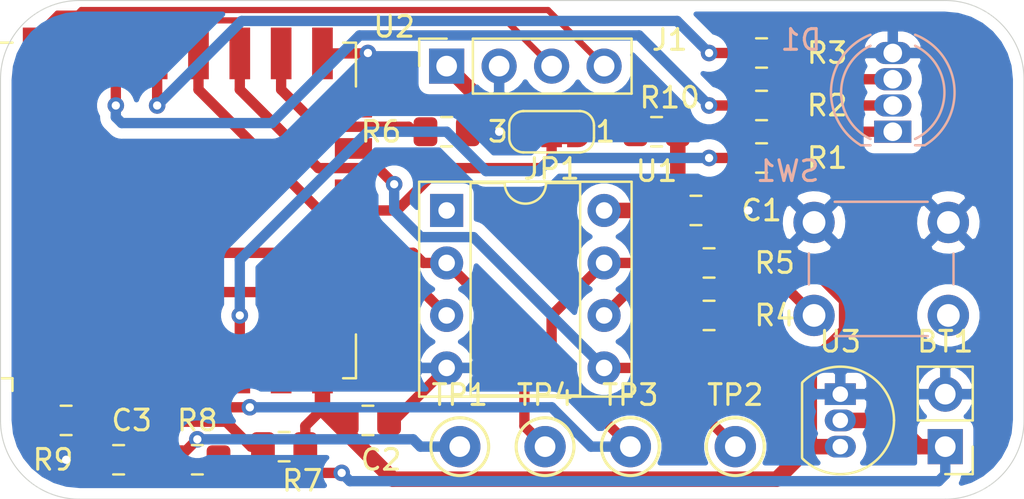
<source format=kicad_pcb>
(kicad_pcb (version 20171130) (host pcbnew 5.1.9+dfsg1-1)

  (general
    (thickness 1.6)
    (drawings 18)
    (tracks 180)
    (zones 0)
    (modules 25)
    (nets 30)
  )

  (page A4)
  (layers
    (0 F.Cu signal hide)
    (31 B.Cu signal hide)
    (32 B.Adhes user hide)
    (33 F.Adhes user hide)
    (34 B.Paste user hide)
    (35 F.Paste user hide)
    (36 B.SilkS user hide)
    (37 F.SilkS user hide)
    (38 B.Mask user hide)
    (39 F.Mask user)
    (40 Dwgs.User user hide)
    (41 Cmts.User user hide)
    (42 Eco1.User user hide)
    (43 Eco2.User user hide)
    (44 Edge.Cuts user)
    (45 Margin user hide)
    (46 B.CrtYd user)
    (47 F.CrtYd user)
    (48 B.Fab user hide)
    (49 F.Fab user)
  )

  (setup
    (last_trace_width 0.25)
    (user_trace_width 0.25)
    (user_trace_width 0.3)
    (user_trace_width 0.5)
    (user_trace_width 0.75)
    (user_trace_width 1)
    (trace_clearance 0.2)
    (zone_clearance 0.508)
    (zone_45_only no)
    (trace_min 0.2)
    (via_size 0.8)
    (via_drill 0.4)
    (via_min_size 0.4)
    (via_min_drill 0.3)
    (user_via 0.8 0.4)
    (user_via 1.2 0.6)
    (uvia_size 0.3)
    (uvia_drill 0.1)
    (uvias_allowed no)
    (uvia_min_size 0.2)
    (uvia_min_drill 0.1)
    (edge_width 0.05)
    (segment_width 0.2)
    (pcb_text_width 0.3)
    (pcb_text_size 1.5 1.5)
    (mod_edge_width 0.12)
    (mod_text_size 1 1)
    (mod_text_width 0.15)
    (pad_size 1.524 1.524)
    (pad_drill 0.762)
    (pad_to_mask_clearance 0.051)
    (solder_mask_min_width 0.25)
    (aux_axis_origin 0 0)
    (visible_elements FFFFFF7F)
    (pcbplotparams
      (layerselection 0x010fc_ffffffff)
      (usegerberextensions false)
      (usegerberattributes false)
      (usegerberadvancedattributes false)
      (creategerberjobfile false)
      (excludeedgelayer true)
      (linewidth 0.100000)
      (plotframeref false)
      (viasonmask false)
      (mode 1)
      (useauxorigin false)
      (hpglpennumber 1)
      (hpglpenspeed 20)
      (hpglpendiameter 15.000000)
      (psnegative false)
      (psa4output false)
      (plotreference true)
      (plotvalue true)
      (plotinvisibletext false)
      (padsonsilk false)
      (subtractmaskfromsilk false)
      (outputformat 1)
      (mirror false)
      (drillshape 1)
      (scaleselection 1)
      (outputdirectory ""))
  )

  (net 0 "")
  (net 1 GND)
  (net 2 +BATT)
  (net 3 VCC)
  (net 4 "Net-(D1-Pad3)")
  (net 5 "Net-(D1-Pad2)")
  (net 6 "Net-(D1-Pad1)")
  (net 7 /TX)
  (net 8 /RX)
  (net 9 "Net-(JP1-Pad1)")
  (net 10 /GPIO0)
  (net 11 /LED_B)
  (net 12 /LED_G)
  (net 13 /LED_R)
  (net 14 /SDA)
  (net 15 /SCL)
  (net 16 /GPIO15)
  (net 17 /EN)
  (net 18 /BATT_MON)
  (net 19 /BTN)
  (net 20 /nRST)
  (net 21 /RTC_WAKE)
  (net 22 "Net-(U1-Pad1)")
  (net 23 "Net-(U2-Pad14)")
  (net 24 "Net-(U2-Pad13)")
  (net 25 "Net-(U2-Pad12)")
  (net 26 "Net-(U2-Pad11)")
  (net 27 "Net-(U2-Pad10)")
  (net 28 "Net-(U2-Pad9)")
  (net 29 "Net-(U2-Pad7)")

  (net_class Default "This is the default net class."
    (clearance 0.2)
    (trace_width 0.25)
    (via_dia 0.8)
    (via_drill 0.4)
    (uvia_dia 0.3)
    (uvia_drill 0.1)
    (add_net +BATT)
    (add_net /BATT_MON)
    (add_net /BTN)
    (add_net /EN)
    (add_net /GPIO0)
    (add_net /GPIO15)
    (add_net /LED_B)
    (add_net /LED_G)
    (add_net /LED_R)
    (add_net /RTC_WAKE)
    (add_net /RX)
    (add_net /SCL)
    (add_net /SDA)
    (add_net /TX)
    (add_net /nRST)
    (add_net GND)
    (add_net "Net-(D1-Pad1)")
    (add_net "Net-(D1-Pad2)")
    (add_net "Net-(D1-Pad3)")
    (add_net "Net-(JP1-Pad1)")
    (add_net "Net-(U1-Pad1)")
    (add_net "Net-(U2-Pad10)")
    (add_net "Net-(U2-Pad11)")
    (add_net "Net-(U2-Pad12)")
    (add_net "Net-(U2-Pad13)")
    (add_net "Net-(U2-Pad14)")
    (add_net "Net-(U2-Pad7)")
    (add_net "Net-(U2-Pad9)")
    (add_net VCC)
  )

  (module Resistor_SMD:R_0805_2012Metric_Pad1.15x1.40mm_HandSolder (layer F.Cu) (tedit 5B36C52B) (tstamp 6030745D)
    (at 137.16 55.88 180)
    (descr "Resistor SMD 0805 (2012 Metric), square (rectangular) end terminal, IPC_7351 nominal with elongated pad for handsoldering. (Body size source: https://docs.google.com/spreadsheets/d/1BsfQQcO9C6DZCsRaXUlFlo91Tg2WpOkGARC1WS5S8t0/edit?usp=sharing), generated with kicad-footprint-generator")
    (tags "resistor handsolder")
    (path /5FFCA8A3)
    (attr smd)
    (fp_text reference R3 (at -3.175 0) (layer F.SilkS)
      (effects (font (size 1 1) (thickness 0.15)))
    )
    (fp_text value 1K (at 0 1.65) (layer F.Fab)
      (effects (font (size 1 1) (thickness 0.15)))
    )
    (fp_line (start -1 0.6) (end -1 -0.6) (layer F.Fab) (width 0.1))
    (fp_line (start -1 -0.6) (end 1 -0.6) (layer F.Fab) (width 0.1))
    (fp_line (start 1 -0.6) (end 1 0.6) (layer F.Fab) (width 0.1))
    (fp_line (start 1 0.6) (end -1 0.6) (layer F.Fab) (width 0.1))
    (fp_line (start -0.261252 -0.71) (end 0.261252 -0.71) (layer F.SilkS) (width 0.12))
    (fp_line (start -0.261252 0.71) (end 0.261252 0.71) (layer F.SilkS) (width 0.12))
    (fp_line (start -1.85 0.95) (end -1.85 -0.95) (layer F.CrtYd) (width 0.05))
    (fp_line (start -1.85 -0.95) (end 1.85 -0.95) (layer F.CrtYd) (width 0.05))
    (fp_line (start 1.85 -0.95) (end 1.85 0.95) (layer F.CrtYd) (width 0.05))
    (fp_line (start 1.85 0.95) (end -1.85 0.95) (layer F.CrtYd) (width 0.05))
    (fp_text user %R (at 0 0) (layer F.Fab)
      (effects (font (size 0.5 0.5) (thickness 0.08)))
    )
    (pad 2 smd roundrect (at 1.025 0 180) (size 1.15 1.4) (layers F.Cu F.Paste F.Mask) (roundrect_rratio 0.217391)
      (net 13 /LED_R))
    (pad 1 smd roundrect (at -1.025 0 180) (size 1.15 1.4) (layers F.Cu F.Paste F.Mask) (roundrect_rratio 0.217391)
      (net 4 "Net-(D1-Pad3)"))
    (model ${KISYS3DMOD}/Resistor_SMD.3dshapes/R_0805_2012Metric.wrl
      (at (xyz 0 0 0))
      (scale (xyz 1 1 1))
      (rotate (xyz 0 0 0))
    )
  )

  (module Capacitor_SMD:C_0805_2012Metric_Pad1.15x1.40mm_HandSolder (layer F.Cu) (tedit 5B36C52B) (tstamp 6032B6C1)
    (at 106.045 75.565 180)
    (descr "Capacitor SMD 0805 (2012 Metric), square (rectangular) end terminal, IPC_7351 nominal with elongated pad for handsoldering. (Body size source: https://docs.google.com/spreadsheets/d/1BsfQQcO9C6DZCsRaXUlFlo91Tg2WpOkGARC1WS5S8t0/edit?usp=sharing), generated with kicad-footprint-generator")
    (tags "capacitor handsolder")
    (path /603D015F)
    (attr smd)
    (fp_text reference C3 (at -0.635 1.905) (layer F.SilkS)
      (effects (font (size 1 1) (thickness 0.15)))
    )
    (fp_text value C_Small (at 0 1.65) (layer F.Fab)
      (effects (font (size 1 1) (thickness 0.15)))
    )
    (fp_line (start -1 0.6) (end -1 -0.6) (layer F.Fab) (width 0.1))
    (fp_line (start -1 -0.6) (end 1 -0.6) (layer F.Fab) (width 0.1))
    (fp_line (start 1 -0.6) (end 1 0.6) (layer F.Fab) (width 0.1))
    (fp_line (start 1 0.6) (end -1 0.6) (layer F.Fab) (width 0.1))
    (fp_line (start -0.261252 -0.71) (end 0.261252 -0.71) (layer F.SilkS) (width 0.12))
    (fp_line (start -0.261252 0.71) (end 0.261252 0.71) (layer F.SilkS) (width 0.12))
    (fp_line (start -1.85 0.95) (end -1.85 -0.95) (layer F.CrtYd) (width 0.05))
    (fp_line (start -1.85 -0.95) (end 1.85 -0.95) (layer F.CrtYd) (width 0.05))
    (fp_line (start 1.85 -0.95) (end 1.85 0.95) (layer F.CrtYd) (width 0.05))
    (fp_line (start 1.85 0.95) (end -1.85 0.95) (layer F.CrtYd) (width 0.05))
    (fp_text user %R (at 0 0) (layer F.Fab)
      (effects (font (size 0.5 0.5) (thickness 0.08)))
    )
    (pad 2 smd roundrect (at 1.025 0 180) (size 1.15 1.4) (layers F.Cu F.Paste F.Mask) (roundrect_rratio 0.217391)
      (net 1 GND))
    (pad 1 smd roundrect (at -1.025 0 180) (size 1.15 1.4) (layers F.Cu F.Paste F.Mask) (roundrect_rratio 0.217391)
      (net 18 /BATT_MON))
    (model ${KISYS3DMOD}/Capacitor_SMD.3dshapes/C_0805_2012Metric.wrl
      (at (xyz 0 0 0))
      (scale (xyz 1 1 1))
      (rotate (xyz 0 0 0))
    )
  )

  (module Capacitor_SMD:C_0805_2012Metric_Pad1.15x1.40mm_HandSolder (layer F.Cu) (tedit 5B36C52B) (tstamp 6031FAB9)
    (at 118.11 73.66)
    (descr "Capacitor SMD 0805 (2012 Metric), square (rectangular) end terminal, IPC_7351 nominal with elongated pad for handsoldering. (Body size source: https://docs.google.com/spreadsheets/d/1BsfQQcO9C6DZCsRaXUlFlo91Tg2WpOkGARC1WS5S8t0/edit?usp=sharing), generated with kicad-footprint-generator")
    (tags "capacitor handsolder")
    (path /603CE76C)
    (attr smd)
    (fp_text reference C2 (at 0.635 1.905) (layer F.SilkS)
      (effects (font (size 1 1) (thickness 0.15)))
    )
    (fp_text value C_Small (at 0 1.65) (layer F.Fab)
      (effects (font (size 1 1) (thickness 0.15)))
    )
    (fp_line (start -1 0.6) (end -1 -0.6) (layer F.Fab) (width 0.1))
    (fp_line (start -1 -0.6) (end 1 -0.6) (layer F.Fab) (width 0.1))
    (fp_line (start 1 -0.6) (end 1 0.6) (layer F.Fab) (width 0.1))
    (fp_line (start 1 0.6) (end -1 0.6) (layer F.Fab) (width 0.1))
    (fp_line (start -0.261252 -0.71) (end 0.261252 -0.71) (layer F.SilkS) (width 0.12))
    (fp_line (start -0.261252 0.71) (end 0.261252 0.71) (layer F.SilkS) (width 0.12))
    (fp_line (start -1.85 0.95) (end -1.85 -0.95) (layer F.CrtYd) (width 0.05))
    (fp_line (start -1.85 -0.95) (end 1.85 -0.95) (layer F.CrtYd) (width 0.05))
    (fp_line (start 1.85 -0.95) (end 1.85 0.95) (layer F.CrtYd) (width 0.05))
    (fp_line (start 1.85 0.95) (end -1.85 0.95) (layer F.CrtYd) (width 0.05))
    (fp_text user %R (at 0 0) (layer F.Fab)
      (effects (font (size 0.5 0.5) (thickness 0.08)))
    )
    (pad 2 smd roundrect (at 1.025 0) (size 1.15 1.4) (layers F.Cu F.Paste F.Mask) (roundrect_rratio 0.217391)
      (net 1 GND))
    (pad 1 smd roundrect (at -1.025 0) (size 1.15 1.4) (layers F.Cu F.Paste F.Mask) (roundrect_rratio 0.217391)
      (net 3 VCC))
    (model ${KISYS3DMOD}/Capacitor_SMD.3dshapes/C_0805_2012Metric.wrl
      (at (xyz 0 0 0))
      (scale (xyz 1 1 1))
      (rotate (xyz 0 0 0))
    )
  )

  (module Capacitor_SMD:C_0805_2012Metric_Pad1.15x1.40mm_HandSolder (layer F.Cu) (tedit 5B36C52B) (tstamp 6031FE8A)
    (at 133.985 63.5)
    (descr "Capacitor SMD 0805 (2012 Metric), square (rectangular) end terminal, IPC_7351 nominal with elongated pad for handsoldering. (Body size source: https://docs.google.com/spreadsheets/d/1BsfQQcO9C6DZCsRaXUlFlo91Tg2WpOkGARC1WS5S8t0/edit?usp=sharing), generated with kicad-footprint-generator")
    (tags "capacitor handsolder")
    (path /603CAB5F)
    (attr smd)
    (fp_text reference C1 (at 3.175 0) (layer F.SilkS)
      (effects (font (size 1 1) (thickness 0.15)))
    )
    (fp_text value C_Small (at 0 1.65) (layer F.Fab)
      (effects (font (size 1 1) (thickness 0.15)))
    )
    (fp_line (start -1 0.6) (end -1 -0.6) (layer F.Fab) (width 0.1))
    (fp_line (start -1 -0.6) (end 1 -0.6) (layer F.Fab) (width 0.1))
    (fp_line (start 1 -0.6) (end 1 0.6) (layer F.Fab) (width 0.1))
    (fp_line (start 1 0.6) (end -1 0.6) (layer F.Fab) (width 0.1))
    (fp_line (start -0.261252 -0.71) (end 0.261252 -0.71) (layer F.SilkS) (width 0.12))
    (fp_line (start -0.261252 0.71) (end 0.261252 0.71) (layer F.SilkS) (width 0.12))
    (fp_line (start -1.85 0.95) (end -1.85 -0.95) (layer F.CrtYd) (width 0.05))
    (fp_line (start -1.85 -0.95) (end 1.85 -0.95) (layer F.CrtYd) (width 0.05))
    (fp_line (start 1.85 -0.95) (end 1.85 0.95) (layer F.CrtYd) (width 0.05))
    (fp_line (start 1.85 0.95) (end -1.85 0.95) (layer F.CrtYd) (width 0.05))
    (fp_text user %R (at 0 0) (layer F.Fab)
      (effects (font (size 0.5 0.5) (thickness 0.08)))
    )
    (pad 2 smd roundrect (at 1.025 0) (size 1.15 1.4) (layers F.Cu F.Paste F.Mask) (roundrect_rratio 0.217391)
      (net 1 GND))
    (pad 1 smd roundrect (at -1.025 0) (size 1.15 1.4) (layers F.Cu F.Paste F.Mask) (roundrect_rratio 0.217391)
      (net 3 VCC))
    (model ${KISYS3DMOD}/Capacitor_SMD.3dshapes/C_0805_2012Metric.wrl
      (at (xyz 0 0 0))
      (scale (xyz 1 1 1))
      (rotate (xyz 0 0 0))
    )
  )

  (module Package_DIP:DIP-8_W7.62mm_Socket (layer F.Cu) (tedit 5A02E8C5) (tstamp 6030445C)
    (at 121.92 63.5)
    (descr "8-lead though-hole mounted DIP package, row spacing 7.62 mm (300 mils), Socket")
    (tags "THT DIP DIL PDIP 2.54mm 7.62mm 300mil Socket")
    (path /6015D641)
    (fp_text reference U1 (at 10.16 -1.905) (layer F.SilkS)
      (effects (font (size 1 1) (thickness 0.15)))
    )
    (fp_text value ATtiny85-20SU (at 3.81 9.95) (layer F.Fab)
      (effects (font (size 1 1) (thickness 0.15)))
    )
    (fp_line (start 1.635 -1.27) (end 6.985 -1.27) (layer F.Fab) (width 0.1))
    (fp_line (start 6.985 -1.27) (end 6.985 8.89) (layer F.Fab) (width 0.1))
    (fp_line (start 6.985 8.89) (end 0.635 8.89) (layer F.Fab) (width 0.1))
    (fp_line (start 0.635 8.89) (end 0.635 -0.27) (layer F.Fab) (width 0.1))
    (fp_line (start 0.635 -0.27) (end 1.635 -1.27) (layer F.Fab) (width 0.1))
    (fp_line (start -1.27 -1.33) (end -1.27 8.95) (layer F.Fab) (width 0.1))
    (fp_line (start -1.27 8.95) (end 8.89 8.95) (layer F.Fab) (width 0.1))
    (fp_line (start 8.89 8.95) (end 8.89 -1.33) (layer F.Fab) (width 0.1))
    (fp_line (start 8.89 -1.33) (end -1.27 -1.33) (layer F.Fab) (width 0.1))
    (fp_line (start 2.81 -1.33) (end 1.16 -1.33) (layer F.SilkS) (width 0.12))
    (fp_line (start 1.16 -1.33) (end 1.16 8.95) (layer F.SilkS) (width 0.12))
    (fp_line (start 1.16 8.95) (end 6.46 8.95) (layer F.SilkS) (width 0.12))
    (fp_line (start 6.46 8.95) (end 6.46 -1.33) (layer F.SilkS) (width 0.12))
    (fp_line (start 6.46 -1.33) (end 4.81 -1.33) (layer F.SilkS) (width 0.12))
    (fp_line (start -1.33 -1.39) (end -1.33 9.01) (layer F.SilkS) (width 0.12))
    (fp_line (start -1.33 9.01) (end 8.95 9.01) (layer F.SilkS) (width 0.12))
    (fp_line (start 8.95 9.01) (end 8.95 -1.39) (layer F.SilkS) (width 0.12))
    (fp_line (start 8.95 -1.39) (end -1.33 -1.39) (layer F.SilkS) (width 0.12))
    (fp_line (start -1.55 -1.6) (end -1.55 9.2) (layer F.CrtYd) (width 0.05))
    (fp_line (start -1.55 9.2) (end 9.15 9.2) (layer F.CrtYd) (width 0.05))
    (fp_line (start 9.15 9.2) (end 9.15 -1.6) (layer F.CrtYd) (width 0.05))
    (fp_line (start 9.15 -1.6) (end -1.55 -1.6) (layer F.CrtYd) (width 0.05))
    (fp_text user %R (at 3.81 3.81) (layer F.Fab)
      (effects (font (size 1 1) (thickness 0.15)))
    )
    (fp_arc (start 3.81 -1.33) (end 2.81 -1.33) (angle -180) (layer F.SilkS) (width 0.12))
    (pad 8 thru_hole oval (at 7.62 0) (size 1.6 1.6) (drill 0.8) (layers *.Cu *.Mask)
      (net 3 VCC))
    (pad 4 thru_hole oval (at 0 7.62) (size 1.6 1.6) (drill 0.8) (layers *.Cu *.Mask)
      (net 1 GND))
    (pad 7 thru_hole oval (at 7.62 2.54) (size 1.6 1.6) (drill 0.8) (layers *.Cu *.Mask)
      (net 15 /SCL))
    (pad 3 thru_hole oval (at 0 5.08) (size 1.6 1.6) (drill 0.8) (layers *.Cu *.Mask)
      (net 21 /RTC_WAKE))
    (pad 6 thru_hole oval (at 7.62 5.08) (size 1.6 1.6) (drill 0.8) (layers *.Cu *.Mask)
      (net 19 /BTN))
    (pad 2 thru_hole oval (at 0 2.54) (size 1.6 1.6) (drill 0.8) (layers *.Cu *.Mask)
      (net 20 /nRST))
    (pad 5 thru_hole oval (at 7.62 7.62) (size 1.6 1.6) (drill 0.8) (layers *.Cu *.Mask)
      (net 14 /SDA))
    (pad 1 thru_hole rect (at 0 0) (size 1.6 1.6) (drill 0.8) (layers *.Cu *.Mask)
      (net 22 "Net-(U1-Pad1)"))
    (model ${KISYS3DMOD}/Package_DIP.3dshapes/DIP-8_W7.62mm_Socket.wrl
      (at (xyz 0 0 0))
      (scale (xyz 1 1 1))
      (rotate (xyz 0 0 0))
    )
  )

  (module Resistor_SMD:R_0805_2012Metric_Pad1.15x1.40mm_HandSolder (layer F.Cu) (tedit 5B36C52B) (tstamp 60303F2A)
    (at 132.08 59.69)
    (descr "Resistor SMD 0805 (2012 Metric), square (rectangular) end terminal, IPC_7351 nominal with elongated pad for handsoldering. (Body size source: https://docs.google.com/spreadsheets/d/1BsfQQcO9C6DZCsRaXUlFlo91Tg2WpOkGARC1WS5S8t0/edit?usp=sharing), generated with kicad-footprint-generator")
    (tags "resistor handsolder")
    (path /6030D89A)
    (attr smd)
    (fp_text reference R10 (at 0.635 -1.65) (layer F.SilkS)
      (effects (font (size 1 1) (thickness 0.15)))
    )
    (fp_text value R_US (at 0 1.65) (layer F.Fab)
      (effects (font (size 1 1) (thickness 0.15)))
    )
    (fp_line (start -1 0.6) (end -1 -0.6) (layer F.Fab) (width 0.1))
    (fp_line (start -1 -0.6) (end 1 -0.6) (layer F.Fab) (width 0.1))
    (fp_line (start 1 -0.6) (end 1 0.6) (layer F.Fab) (width 0.1))
    (fp_line (start 1 0.6) (end -1 0.6) (layer F.Fab) (width 0.1))
    (fp_line (start -0.261252 -0.71) (end 0.261252 -0.71) (layer F.SilkS) (width 0.12))
    (fp_line (start -0.261252 0.71) (end 0.261252 0.71) (layer F.SilkS) (width 0.12))
    (fp_line (start -1.85 0.95) (end -1.85 -0.95) (layer F.CrtYd) (width 0.05))
    (fp_line (start -1.85 -0.95) (end 1.85 -0.95) (layer F.CrtYd) (width 0.05))
    (fp_line (start 1.85 -0.95) (end 1.85 0.95) (layer F.CrtYd) (width 0.05))
    (fp_line (start 1.85 0.95) (end -1.85 0.95) (layer F.CrtYd) (width 0.05))
    (fp_text user %R (at 0 0) (layer F.Fab)
      (effects (font (size 0.5 0.5) (thickness 0.08)))
    )
    (pad 2 smd roundrect (at 1.025 0) (size 1.15 1.4) (layers F.Cu F.Paste F.Mask) (roundrect_rratio 0.217391)
      (net 3 VCC))
    (pad 1 smd roundrect (at -1.025 0) (size 1.15 1.4) (layers F.Cu F.Paste F.Mask) (roundrect_rratio 0.217391)
      (net 9 "Net-(JP1-Pad1)"))
    (model ${KISYS3DMOD}/Resistor_SMD.3dshapes/R_0805_2012Metric.wrl
      (at (xyz 0 0 0))
      (scale (xyz 1 1 1))
      (rotate (xyz 0 0 0))
    )
  )

  (module Resistor_SMD:R_0805_2012Metric_Pad1.15x1.40mm_HandSolder (layer F.Cu) (tedit 5B36C52B) (tstamp 6031CBC9)
    (at 103.505 73.66 180)
    (descr "Resistor SMD 0805 (2012 Metric), square (rectangular) end terminal, IPC_7351 nominal with elongated pad for handsoldering. (Body size source: https://docs.google.com/spreadsheets/d/1BsfQQcO9C6DZCsRaXUlFlo91Tg2WpOkGARC1WS5S8t0/edit?usp=sharing), generated with kicad-footprint-generator")
    (tags "resistor handsolder")
    (path /5FF5F30B)
    (attr smd)
    (fp_text reference R9 (at 0.635 -1.905) (layer F.SilkS)
      (effects (font (size 1 1) (thickness 0.15)))
    )
    (fp_text value 1.0M (at 0 1.65) (layer F.Fab)
      (effects (font (size 1 1) (thickness 0.15)))
    )
    (fp_line (start -1 0.6) (end -1 -0.6) (layer F.Fab) (width 0.1))
    (fp_line (start -1 -0.6) (end 1 -0.6) (layer F.Fab) (width 0.1))
    (fp_line (start 1 -0.6) (end 1 0.6) (layer F.Fab) (width 0.1))
    (fp_line (start 1 0.6) (end -1 0.6) (layer F.Fab) (width 0.1))
    (fp_line (start -0.261252 -0.71) (end 0.261252 -0.71) (layer F.SilkS) (width 0.12))
    (fp_line (start -0.261252 0.71) (end 0.261252 0.71) (layer F.SilkS) (width 0.12))
    (fp_line (start -1.85 0.95) (end -1.85 -0.95) (layer F.CrtYd) (width 0.05))
    (fp_line (start -1.85 -0.95) (end 1.85 -0.95) (layer F.CrtYd) (width 0.05))
    (fp_line (start 1.85 -0.95) (end 1.85 0.95) (layer F.CrtYd) (width 0.05))
    (fp_line (start 1.85 0.95) (end -1.85 0.95) (layer F.CrtYd) (width 0.05))
    (fp_text user %R (at 0 0) (layer F.Fab)
      (effects (font (size 0.5 0.5) (thickness 0.08)))
    )
    (pad 2 smd roundrect (at 1.025 0 180) (size 1.15 1.4) (layers F.Cu F.Paste F.Mask) (roundrect_rratio 0.217391)
      (net 1 GND))
    (pad 1 smd roundrect (at -1.025 0 180) (size 1.15 1.4) (layers F.Cu F.Paste F.Mask) (roundrect_rratio 0.217391)
      (net 18 /BATT_MON))
    (model ${KISYS3DMOD}/Resistor_SMD.3dshapes/R_0805_2012Metric.wrl
      (at (xyz 0 0 0))
      (scale (xyz 1 1 1))
      (rotate (xyz 0 0 0))
    )
  )

  (module Resistor_SMD:R_0805_2012Metric_Pad1.15x1.40mm_HandSolder (layer F.Cu) (tedit 5B36C52B) (tstamp 6031CB69)
    (at 109.855 75.565 180)
    (descr "Resistor SMD 0805 (2012 Metric), square (rectangular) end terminal, IPC_7351 nominal with elongated pad for handsoldering. (Body size source: https://docs.google.com/spreadsheets/d/1BsfQQcO9C6DZCsRaXUlFlo91Tg2WpOkGARC1WS5S8t0/edit?usp=sharing), generated with kicad-footprint-generator")
    (tags "resistor handsolder")
    (path /5FF5F3DA)
    (attr smd)
    (fp_text reference R8 (at 0 1.905) (layer F.SilkS)
      (effects (font (size 1 1) (thickness 0.15)))
    )
    (fp_text value 3.3M (at 0 1.65) (layer F.Fab)
      (effects (font (size 1 1) (thickness 0.15)))
    )
    (fp_line (start -1 0.6) (end -1 -0.6) (layer F.Fab) (width 0.1))
    (fp_line (start -1 -0.6) (end 1 -0.6) (layer F.Fab) (width 0.1))
    (fp_line (start 1 -0.6) (end 1 0.6) (layer F.Fab) (width 0.1))
    (fp_line (start 1 0.6) (end -1 0.6) (layer F.Fab) (width 0.1))
    (fp_line (start -0.261252 -0.71) (end 0.261252 -0.71) (layer F.SilkS) (width 0.12))
    (fp_line (start -0.261252 0.71) (end 0.261252 0.71) (layer F.SilkS) (width 0.12))
    (fp_line (start -1.85 0.95) (end -1.85 -0.95) (layer F.CrtYd) (width 0.05))
    (fp_line (start -1.85 -0.95) (end 1.85 -0.95) (layer F.CrtYd) (width 0.05))
    (fp_line (start 1.85 -0.95) (end 1.85 0.95) (layer F.CrtYd) (width 0.05))
    (fp_line (start 1.85 0.95) (end -1.85 0.95) (layer F.CrtYd) (width 0.05))
    (fp_text user %R (at 0 0) (layer F.Fab)
      (effects (font (size 0.5 0.5) (thickness 0.08)))
    )
    (pad 2 smd roundrect (at 1.025 0 180) (size 1.15 1.4) (layers F.Cu F.Paste F.Mask) (roundrect_rratio 0.217391)
      (net 18 /BATT_MON))
    (pad 1 smd roundrect (at -1.025 0 180) (size 1.15 1.4) (layers F.Cu F.Paste F.Mask) (roundrect_rratio 0.217391)
      (net 2 +BATT))
    (model ${KISYS3DMOD}/Resistor_SMD.3dshapes/R_0805_2012Metric.wrl
      (at (xyz 0 0 0))
      (scale (xyz 1 1 1))
      (rotate (xyz 0 0 0))
    )
  )

  (module Resistor_SMD:R_0805_2012Metric_Pad1.15x1.40mm_HandSolder (layer F.Cu) (tedit 5B36C52B) (tstamp 6031CB99)
    (at 114.055 74.93 180)
    (descr "Resistor SMD 0805 (2012 Metric), square (rectangular) end terminal, IPC_7351 nominal with elongated pad for handsoldering. (Body size source: https://docs.google.com/spreadsheets/d/1BsfQQcO9C6DZCsRaXUlFlo91Tg2WpOkGARC1WS5S8t0/edit?usp=sharing), generated with kicad-footprint-generator")
    (tags "resistor handsolder")
    (path /5FFA27A7)
    (attr smd)
    (fp_text reference R7 (at -0.88 -1.65) (layer F.SilkS)
      (effects (font (size 1 1) (thickness 0.15)))
    )
    (fp_text value R_US (at 0 1.65) (layer F.Fab)
      (effects (font (size 1 1) (thickness 0.15)))
    )
    (fp_line (start -1 0.6) (end -1 -0.6) (layer F.Fab) (width 0.1))
    (fp_line (start -1 -0.6) (end 1 -0.6) (layer F.Fab) (width 0.1))
    (fp_line (start 1 -0.6) (end 1 0.6) (layer F.Fab) (width 0.1))
    (fp_line (start 1 0.6) (end -1 0.6) (layer F.Fab) (width 0.1))
    (fp_line (start -0.261252 -0.71) (end 0.261252 -0.71) (layer F.SilkS) (width 0.12))
    (fp_line (start -0.261252 0.71) (end 0.261252 0.71) (layer F.SilkS) (width 0.12))
    (fp_line (start -1.85 0.95) (end -1.85 -0.95) (layer F.CrtYd) (width 0.05))
    (fp_line (start -1.85 -0.95) (end 1.85 -0.95) (layer F.CrtYd) (width 0.05))
    (fp_line (start 1.85 -0.95) (end 1.85 0.95) (layer F.CrtYd) (width 0.05))
    (fp_line (start 1.85 0.95) (end -1.85 0.95) (layer F.CrtYd) (width 0.05))
    (fp_text user %R (at 0 0) (layer F.Fab)
      (effects (font (size 0.5 0.5) (thickness 0.08)))
    )
    (pad 2 smd roundrect (at 1.025 0 180) (size 1.15 1.4) (layers F.Cu F.Paste F.Mask) (roundrect_rratio 0.217391)
      (net 17 /EN))
    (pad 1 smd roundrect (at -1.025 0 180) (size 1.15 1.4) (layers F.Cu F.Paste F.Mask) (roundrect_rratio 0.217391)
      (net 3 VCC))
    (model ${KISYS3DMOD}/Resistor_SMD.3dshapes/R_0805_2012Metric.wrl
      (at (xyz 0 0 0))
      (scale (xyz 1 1 1))
      (rotate (xyz 0 0 0))
    )
  )

  (module Resistor_SMD:R_0805_2012Metric_Pad1.15x1.40mm_HandSolder (layer F.Cu) (tedit 5B36C52B) (tstamp 60303EE6)
    (at 121.92 59.69)
    (descr "Resistor SMD 0805 (2012 Metric), square (rectangular) end terminal, IPC_7351 nominal with elongated pad for handsoldering. (Body size source: https://docs.google.com/spreadsheets/d/1BsfQQcO9C6DZCsRaXUlFlo91Tg2WpOkGARC1WS5S8t0/edit?usp=sharing), generated with kicad-footprint-generator")
    (tags "resistor handsolder")
    (path /5FFA0A32)
    (attr smd)
    (fp_text reference R6 (at -3.175 0) (layer F.SilkS)
      (effects (font (size 1 1) (thickness 0.15)))
    )
    (fp_text value R_US (at 0 1.65) (layer F.Fab)
      (effects (font (size 1 1) (thickness 0.15)))
    )
    (fp_line (start -1 0.6) (end -1 -0.6) (layer F.Fab) (width 0.1))
    (fp_line (start -1 -0.6) (end 1 -0.6) (layer F.Fab) (width 0.1))
    (fp_line (start 1 -0.6) (end 1 0.6) (layer F.Fab) (width 0.1))
    (fp_line (start 1 0.6) (end -1 0.6) (layer F.Fab) (width 0.1))
    (fp_line (start -0.261252 -0.71) (end 0.261252 -0.71) (layer F.SilkS) (width 0.12))
    (fp_line (start -0.261252 0.71) (end 0.261252 0.71) (layer F.SilkS) (width 0.12))
    (fp_line (start -1.85 0.95) (end -1.85 -0.95) (layer F.CrtYd) (width 0.05))
    (fp_line (start -1.85 -0.95) (end 1.85 -0.95) (layer F.CrtYd) (width 0.05))
    (fp_line (start 1.85 -0.95) (end 1.85 0.95) (layer F.CrtYd) (width 0.05))
    (fp_line (start 1.85 0.95) (end -1.85 0.95) (layer F.CrtYd) (width 0.05))
    (fp_text user %R (at 0 0) (layer F.Fab)
      (effects (font (size 0.5 0.5) (thickness 0.08)))
    )
    (pad 2 smd roundrect (at 1.025 0) (size 1.15 1.4) (layers F.Cu F.Paste F.Mask) (roundrect_rratio 0.217391)
      (net 1 GND))
    (pad 1 smd roundrect (at -1.025 0) (size 1.15 1.4) (layers F.Cu F.Paste F.Mask) (roundrect_rratio 0.217391)
      (net 16 /GPIO15))
    (model ${KISYS3DMOD}/Resistor_SMD.3dshapes/R_0805_2012Metric.wrl
      (at (xyz 0 0 0))
      (scale (xyz 1 1 1))
      (rotate (xyz 0 0 0))
    )
  )

  (module Resistor_SMD:R_0805_2012Metric_Pad1.15x1.40mm_HandSolder (layer F.Cu) (tedit 5B36C52B) (tstamp 6031E4AC)
    (at 134.62 66.04 180)
    (descr "Resistor SMD 0805 (2012 Metric), square (rectangular) end terminal, IPC_7351 nominal with elongated pad for handsoldering. (Body size source: https://docs.google.com/spreadsheets/d/1BsfQQcO9C6DZCsRaXUlFlo91Tg2WpOkGARC1WS5S8t0/edit?usp=sharing), generated with kicad-footprint-generator")
    (tags "resistor handsolder")
    (path /6034A59E)
    (attr smd)
    (fp_text reference R5 (at -3.175 0) (layer F.SilkS)
      (effects (font (size 1 1) (thickness 0.15)))
    )
    (fp_text value R_US (at 0 1.65) (layer F.Fab)
      (effects (font (size 1 1) (thickness 0.15)))
    )
    (fp_line (start -1 0.6) (end -1 -0.6) (layer F.Fab) (width 0.1))
    (fp_line (start -1 -0.6) (end 1 -0.6) (layer F.Fab) (width 0.1))
    (fp_line (start 1 -0.6) (end 1 0.6) (layer F.Fab) (width 0.1))
    (fp_line (start 1 0.6) (end -1 0.6) (layer F.Fab) (width 0.1))
    (fp_line (start -0.261252 -0.71) (end 0.261252 -0.71) (layer F.SilkS) (width 0.12))
    (fp_line (start -0.261252 0.71) (end 0.261252 0.71) (layer F.SilkS) (width 0.12))
    (fp_line (start -1.85 0.95) (end -1.85 -0.95) (layer F.CrtYd) (width 0.05))
    (fp_line (start -1.85 -0.95) (end 1.85 -0.95) (layer F.CrtYd) (width 0.05))
    (fp_line (start 1.85 -0.95) (end 1.85 0.95) (layer F.CrtYd) (width 0.05))
    (fp_line (start 1.85 0.95) (end -1.85 0.95) (layer F.CrtYd) (width 0.05))
    (fp_text user %R (at 0 0) (layer F.Fab)
      (effects (font (size 0.5 0.5) (thickness 0.08)))
    )
    (pad 2 smd roundrect (at 1.025 0 180) (size 1.15 1.4) (layers F.Cu F.Paste F.Mask) (roundrect_rratio 0.217391)
      (net 15 /SCL))
    (pad 1 smd roundrect (at -1.025 0 180) (size 1.15 1.4) (layers F.Cu F.Paste F.Mask) (roundrect_rratio 0.217391)
      (net 3 VCC))
    (model ${KISYS3DMOD}/Resistor_SMD.3dshapes/R_0805_2012Metric.wrl
      (at (xyz 0 0 0))
      (scale (xyz 1 1 1))
      (rotate (xyz 0 0 0))
    )
  )

  (module Resistor_SMD:R_0805_2012Metric_Pad1.15x1.40mm_HandSolder (layer F.Cu) (tedit 5B36C52B) (tstamp 60303EC4)
    (at 134.62 68.58 180)
    (descr "Resistor SMD 0805 (2012 Metric), square (rectangular) end terminal, IPC_7351 nominal with elongated pad for handsoldering. (Body size source: https://docs.google.com/spreadsheets/d/1BsfQQcO9C6DZCsRaXUlFlo91Tg2WpOkGARC1WS5S8t0/edit?usp=sharing), generated with kicad-footprint-generator")
    (tags "resistor handsolder")
    (path /603497BD)
    (attr smd)
    (fp_text reference R4 (at -3.175 0) (layer F.SilkS)
      (effects (font (size 1 1) (thickness 0.15)))
    )
    (fp_text value R_US (at 0 1.65) (layer F.Fab)
      (effects (font (size 1 1) (thickness 0.15)))
    )
    (fp_line (start -1 0.6) (end -1 -0.6) (layer F.Fab) (width 0.1))
    (fp_line (start -1 -0.6) (end 1 -0.6) (layer F.Fab) (width 0.1))
    (fp_line (start 1 -0.6) (end 1 0.6) (layer F.Fab) (width 0.1))
    (fp_line (start 1 0.6) (end -1 0.6) (layer F.Fab) (width 0.1))
    (fp_line (start -0.261252 -0.71) (end 0.261252 -0.71) (layer F.SilkS) (width 0.12))
    (fp_line (start -0.261252 0.71) (end 0.261252 0.71) (layer F.SilkS) (width 0.12))
    (fp_line (start -1.85 0.95) (end -1.85 -0.95) (layer F.CrtYd) (width 0.05))
    (fp_line (start -1.85 -0.95) (end 1.85 -0.95) (layer F.CrtYd) (width 0.05))
    (fp_line (start 1.85 -0.95) (end 1.85 0.95) (layer F.CrtYd) (width 0.05))
    (fp_line (start 1.85 0.95) (end -1.85 0.95) (layer F.CrtYd) (width 0.05))
    (fp_text user %R (at 0 0) (layer F.Fab)
      (effects (font (size 0.5 0.5) (thickness 0.08)))
    )
    (pad 2 smd roundrect (at 1.025 0 180) (size 1.15 1.4) (layers F.Cu F.Paste F.Mask) (roundrect_rratio 0.217391)
      (net 14 /SDA))
    (pad 1 smd roundrect (at -1.025 0 180) (size 1.15 1.4) (layers F.Cu F.Paste F.Mask) (roundrect_rratio 0.217391)
      (net 3 VCC))
    (model ${KISYS3DMOD}/Resistor_SMD.3dshapes/R_0805_2012Metric.wrl
      (at (xyz 0 0 0))
      (scale (xyz 1 1 1))
      (rotate (xyz 0 0 0))
    )
  )

  (module Resistor_SMD:R_0805_2012Metric_Pad1.15x1.40mm_HandSolder (layer F.Cu) (tedit 5B36C52B) (tstamp 60303EA2)
    (at 137.16 58.42 180)
    (descr "Resistor SMD 0805 (2012 Metric), square (rectangular) end terminal, IPC_7351 nominal with elongated pad for handsoldering. (Body size source: https://docs.google.com/spreadsheets/d/1BsfQQcO9C6DZCsRaXUlFlo91Tg2WpOkGARC1WS5S8t0/edit?usp=sharing), generated with kicad-footprint-generator")
    (tags "resistor handsolder")
    (path /5FFCA917)
    (attr smd)
    (fp_text reference R2 (at -3.175 0) (layer F.SilkS)
      (effects (font (size 1 1) (thickness 0.15)))
    )
    (fp_text value 1K (at 0 1.65) (layer F.Fab)
      (effects (font (size 1 1) (thickness 0.15)))
    )
    (fp_line (start -1 0.6) (end -1 -0.6) (layer F.Fab) (width 0.1))
    (fp_line (start -1 -0.6) (end 1 -0.6) (layer F.Fab) (width 0.1))
    (fp_line (start 1 -0.6) (end 1 0.6) (layer F.Fab) (width 0.1))
    (fp_line (start 1 0.6) (end -1 0.6) (layer F.Fab) (width 0.1))
    (fp_line (start -0.261252 -0.71) (end 0.261252 -0.71) (layer F.SilkS) (width 0.12))
    (fp_line (start -0.261252 0.71) (end 0.261252 0.71) (layer F.SilkS) (width 0.12))
    (fp_line (start -1.85 0.95) (end -1.85 -0.95) (layer F.CrtYd) (width 0.05))
    (fp_line (start -1.85 -0.95) (end 1.85 -0.95) (layer F.CrtYd) (width 0.05))
    (fp_line (start 1.85 -0.95) (end 1.85 0.95) (layer F.CrtYd) (width 0.05))
    (fp_line (start 1.85 0.95) (end -1.85 0.95) (layer F.CrtYd) (width 0.05))
    (fp_text user %R (at 0 0) (layer F.Fab)
      (effects (font (size 0.5 0.5) (thickness 0.08)))
    )
    (pad 2 smd roundrect (at 1.025 0 180) (size 1.15 1.4) (layers F.Cu F.Paste F.Mask) (roundrect_rratio 0.217391)
      (net 12 /LED_G))
    (pad 1 smd roundrect (at -1.025 0 180) (size 1.15 1.4) (layers F.Cu F.Paste F.Mask) (roundrect_rratio 0.217391)
      (net 5 "Net-(D1-Pad2)"))
    (model ${KISYS3DMOD}/Resistor_SMD.3dshapes/R_0805_2012Metric.wrl
      (at (xyz 0 0 0))
      (scale (xyz 1 1 1))
      (rotate (xyz 0 0 0))
    )
  )

  (module Resistor_SMD:R_0805_2012Metric_Pad1.15x1.40mm_HandSolder (layer F.Cu) (tedit 5B36C52B) (tstamp 6030754A)
    (at 137.16 60.96 180)
    (descr "Resistor SMD 0805 (2012 Metric), square (rectangular) end terminal, IPC_7351 nominal with elongated pad for handsoldering. (Body size source: https://docs.google.com/spreadsheets/d/1BsfQQcO9C6DZCsRaXUlFlo91Tg2WpOkGARC1WS5S8t0/edit?usp=sharing), generated with kicad-footprint-generator")
    (tags "resistor handsolder")
    (path /5FFCA953)
    (attr smd)
    (fp_text reference R1 (at -3.175 0) (layer F.SilkS)
      (effects (font (size 1 1) (thickness 0.15)))
    )
    (fp_text value 1K (at 0 1.65) (layer F.Fab)
      (effects (font (size 1 1) (thickness 0.15)))
    )
    (fp_line (start -1 0.6) (end -1 -0.6) (layer F.Fab) (width 0.1))
    (fp_line (start -1 -0.6) (end 1 -0.6) (layer F.Fab) (width 0.1))
    (fp_line (start 1 -0.6) (end 1 0.6) (layer F.Fab) (width 0.1))
    (fp_line (start 1 0.6) (end -1 0.6) (layer F.Fab) (width 0.1))
    (fp_line (start -0.261252 -0.71) (end 0.261252 -0.71) (layer F.SilkS) (width 0.12))
    (fp_line (start -0.261252 0.71) (end 0.261252 0.71) (layer F.SilkS) (width 0.12))
    (fp_line (start -1.85 0.95) (end -1.85 -0.95) (layer F.CrtYd) (width 0.05))
    (fp_line (start -1.85 -0.95) (end 1.85 -0.95) (layer F.CrtYd) (width 0.05))
    (fp_line (start 1.85 -0.95) (end 1.85 0.95) (layer F.CrtYd) (width 0.05))
    (fp_line (start 1.85 0.95) (end -1.85 0.95) (layer F.CrtYd) (width 0.05))
    (fp_text user %R (at -2.54 0) (layer F.Fab)
      (effects (font (size 0.5 0.5) (thickness 0.08)))
    )
    (pad 2 smd roundrect (at 1.025 0 180) (size 1.15 1.4) (layers F.Cu F.Paste F.Mask) (roundrect_rratio 0.217391)
      (net 11 /LED_B))
    (pad 1 smd roundrect (at -1.025 0 180) (size 1.15 1.4) (layers F.Cu F.Paste F.Mask) (roundrect_rratio 0.217391)
      (net 6 "Net-(D1-Pad1)"))
    (model ${KISYS3DMOD}/Resistor_SMD.3dshapes/R_0805_2012Metric.wrl
      (at (xyz 0 0 0))
      (scale (xyz 1 1 1))
      (rotate (xyz 0 0 0))
    )
  )

  (module Package_TO_SOT_THT:TO-92_Inline (layer F.Cu) (tedit 5A1DD157) (tstamp 6031CD42)
    (at 140.97 72.39 270)
    (descr "TO-92 leads in-line, narrow, oval pads, drill 0.75mm (see NXP sot054_po.pdf)")
    (tags "to-92 sc-43 sc-43a sot54 PA33 transistor")
    (path /6035A964)
    (fp_text reference U3 (at -2.54 0 180) (layer F.SilkS)
      (effects (font (size 1 1) (thickness 0.15)))
    )
    (fp_text value HT7333-TO-92 (at 1.27 2.79 90) (layer F.Fab)
      (effects (font (size 1 1) (thickness 0.15)))
    )
    (fp_line (start -0.53 1.85) (end 3.07 1.85) (layer F.SilkS) (width 0.12))
    (fp_line (start -0.5 1.75) (end 3 1.75) (layer F.Fab) (width 0.1))
    (fp_line (start -1.46 -2.73) (end 4 -2.73) (layer F.CrtYd) (width 0.05))
    (fp_line (start -1.46 -2.73) (end -1.46 2.01) (layer F.CrtYd) (width 0.05))
    (fp_line (start 4 2.01) (end 4 -2.73) (layer F.CrtYd) (width 0.05))
    (fp_line (start 4 2.01) (end -1.46 2.01) (layer F.CrtYd) (width 0.05))
    (fp_arc (start 1.27 0) (end 1.27 -2.6) (angle 135) (layer F.SilkS) (width 0.12))
    (fp_arc (start 1.27 0) (end 1.27 -2.48) (angle -135) (layer F.Fab) (width 0.1))
    (fp_arc (start 1.27 0) (end 1.27 -2.6) (angle -135) (layer F.SilkS) (width 0.12))
    (fp_arc (start 1.27 0) (end 1.27 -2.48) (angle 135) (layer F.Fab) (width 0.1))
    (fp_text user %R (at 1.27 -3.56 90) (layer F.Fab)
      (effects (font (size 1 1) (thickness 0.15)))
    )
    (pad 1 thru_hole rect (at 0 0 270) (size 1.05 1.5) (drill 0.75) (layers *.Cu *.Mask)
      (net 1 GND))
    (pad 3 thru_hole oval (at 2.54 0 270) (size 1.05 1.5) (drill 0.75) (layers *.Cu *.Mask)
      (net 3 VCC))
    (pad 2 thru_hole oval (at 1.27 0 270) (size 1.05 1.5) (drill 0.75) (layers *.Cu *.Mask)
      (net 2 +BATT))
    (model ${KISYS3DMOD}/Package_TO_SOT_THT.3dshapes/TO-92_Inline.wrl
      (at (xyz 0 0 0))
      (scale (xyz 1 1 1))
      (rotate (xyz 0 0 0))
    )
  )

  (module RF_Module:ESP-12E (layer F.Cu) (tedit 5A030172) (tstamp 60303FD5)
    (at 105.41 63.5 90)
    (descr "Wi-Fi Module, http://wiki.ai-thinker.com/_media/esp8266/docs/aithinker_esp_12f_datasheet_en.pdf")
    (tags "Wi-Fi Module")
    (path /5FF4CCD6)
    (attr smd)
    (fp_text reference U2 (at 8.89 13.97 180) (layer F.SilkS)
      (effects (font (size 1 1) (thickness 0.15)))
    )
    (fp_text value ESP-12F (at -0.06 -12.78 90) (layer F.Fab)
      (effects (font (size 1 1) (thickness 0.15)))
    )
    (fp_line (start -8 -12) (end 8 -12) (layer F.Fab) (width 0.12))
    (fp_line (start 8 -12) (end 8 12) (layer F.Fab) (width 0.12))
    (fp_line (start 8 12) (end -8 12) (layer F.Fab) (width 0.12))
    (fp_line (start -8 12) (end -8 -3) (layer F.Fab) (width 0.12))
    (fp_line (start -8 -3) (end -7.5 -3.5) (layer F.Fab) (width 0.12))
    (fp_line (start -7.5 -3.5) (end -8 -4) (layer F.Fab) (width 0.12))
    (fp_line (start -8 -4) (end -8 -12) (layer F.Fab) (width 0.12))
    (fp_line (start -9.05 -12.2) (end 9.05 -12.2) (layer F.CrtYd) (width 0.05))
    (fp_line (start 9.05 -12.2) (end 9.05 13.1) (layer F.CrtYd) (width 0.05))
    (fp_line (start 9.05 13.1) (end -9.05 13.1) (layer F.CrtYd) (width 0.05))
    (fp_line (start -9.05 13.1) (end -9.05 -12.2) (layer F.CrtYd) (width 0.05))
    (fp_line (start -8.12 -12.12) (end 8.12 -12.12) (layer F.SilkS) (width 0.12))
    (fp_line (start 8.12 -12.12) (end 8.12 -4.5) (layer F.SilkS) (width 0.12))
    (fp_line (start 8.12 11.5) (end 8.12 12.12) (layer F.SilkS) (width 0.12))
    (fp_line (start 8.12 12.12) (end 6 12.12) (layer F.SilkS) (width 0.12))
    (fp_line (start -6 12.12) (end -8.12 12.12) (layer F.SilkS) (width 0.12))
    (fp_line (start -8.12 12.12) (end -8.12 11.5) (layer F.SilkS) (width 0.12))
    (fp_line (start -8.12 -4.5) (end -8.12 -12.12) (layer F.SilkS) (width 0.12))
    (fp_line (start -8.12 -4.5) (end -8.73 -4.5) (layer F.SilkS) (width 0.12))
    (fp_line (start -8.12 -12.12) (end 8.12 -12.12) (layer Dwgs.User) (width 0.12))
    (fp_line (start 8.12 -12.12) (end 8.12 -4.8) (layer Dwgs.User) (width 0.12))
    (fp_line (start 8.12 -4.8) (end -8.12 -4.8) (layer Dwgs.User) (width 0.12))
    (fp_line (start -8.12 -4.8) (end -8.12 -12.12) (layer Dwgs.User) (width 0.12))
    (fp_line (start -8.12 -9.12) (end -5.12 -12.12) (layer Dwgs.User) (width 0.12))
    (fp_line (start -8.12 -6.12) (end -2.12 -12.12) (layer Dwgs.User) (width 0.12))
    (fp_line (start -6.44 -4.8) (end 0.88 -12.12) (layer Dwgs.User) (width 0.12))
    (fp_line (start -3.44 -4.8) (end 3.88 -12.12) (layer Dwgs.User) (width 0.12))
    (fp_line (start -0.44 -4.8) (end 6.88 -12.12) (layer Dwgs.User) (width 0.12))
    (fp_line (start 2.56 -4.8) (end 8.12 -10.36) (layer Dwgs.User) (width 0.12))
    (fp_line (start 5.56 -4.8) (end 8.12 -7.36) (layer Dwgs.User) (width 0.12))
    (fp_text user %R (at 0.49 -0.8 90) (layer F.Fab)
      (effects (font (size 1 1) (thickness 0.15)))
    )
    (fp_text user "KEEP-OUT ZONE" (at 0.03 -9.55 270) (layer Cmts.User)
      (effects (font (size 1 1) (thickness 0.15)))
    )
    (fp_text user Antenna (at -0.06 -7 270) (layer Cmts.User)
      (effects (font (size 1 1) (thickness 0.15)))
    )
    (pad 22 smd rect (at 7.6 -3.5 90) (size 2.5 1) (layers F.Cu F.Paste F.Mask)
      (net 7 /TX))
    (pad 21 smd rect (at 7.6 -1.5 90) (size 2.5 1) (layers F.Cu F.Paste F.Mask)
      (net 8 /RX))
    (pad 20 smd rect (at 7.6 0.5 90) (size 2.5 1) (layers F.Cu F.Paste F.Mask)
      (net 12 /LED_G))
    (pad 19 smd rect (at 7.6 2.5 90) (size 2.5 1) (layers F.Cu F.Paste F.Mask)
      (net 13 /LED_R))
    (pad 18 smd rect (at 7.6 4.5 90) (size 2.5 1) (layers F.Cu F.Paste F.Mask)
      (net 10 /GPIO0))
    (pad 17 smd rect (at 7.6 6.5 90) (size 2.5 1) (layers F.Cu F.Paste F.Mask)
      (net 14 /SDA))
    (pad 16 smd rect (at 7.6 8.5 90) (size 2.5 1) (layers F.Cu F.Paste F.Mask)
      (net 16 /GPIO15))
    (pad 15 smd rect (at 7.6 10.5 90) (size 2.5 1) (layers F.Cu F.Paste F.Mask)
      (net 1 GND))
    (pad 14 smd rect (at 5 12 90) (size 1 1.8) (layers F.Cu F.Paste F.Mask)
      (net 23 "Net-(U2-Pad14)"))
    (pad 13 smd rect (at 3 12 90) (size 1 1.8) (layers F.Cu F.Paste F.Mask)
      (net 24 "Net-(U2-Pad13)"))
    (pad 12 smd rect (at 1 12 90) (size 1 1.8) (layers F.Cu F.Paste F.Mask)
      (net 25 "Net-(U2-Pad12)"))
    (pad 11 smd rect (at -1 12 90) (size 1 1.8) (layers F.Cu F.Paste F.Mask)
      (net 26 "Net-(U2-Pad11)"))
    (pad 10 smd rect (at -3 12 90) (size 1 1.8) (layers F.Cu F.Paste F.Mask)
      (net 27 "Net-(U2-Pad10)"))
    (pad 9 smd rect (at -5 12 90) (size 1 1.8) (layers F.Cu F.Paste F.Mask)
      (net 28 "Net-(U2-Pad9)"))
    (pad 8 smd rect (at -7.6 10.5 90) (size 2.5 1) (layers F.Cu F.Paste F.Mask)
      (net 3 VCC))
    (pad 7 smd rect (at -7.6 8.5 90) (size 2.5 1) (layers F.Cu F.Paste F.Mask)
      (net 29 "Net-(U2-Pad7)"))
    (pad 6 smd rect (at -7.6 6.5 90) (size 2.5 1) (layers F.Cu F.Paste F.Mask)
      (net 11 /LED_B))
    (pad 5 smd rect (at -7.6 4.5 90) (size 2.5 1) (layers F.Cu F.Paste F.Mask)
      (net 15 /SCL))
    (pad 4 smd rect (at -7.6 2.5 90) (size 2.5 1) (layers F.Cu F.Paste F.Mask)
      (net 21 /RTC_WAKE))
    (pad 3 smd rect (at -7.6 0.5 90) (size 2.5 1) (layers F.Cu F.Paste F.Mask)
      (net 17 /EN))
    (pad 2 smd rect (at -7.6 -1.5 90) (size 2.5 1) (layers F.Cu F.Paste F.Mask)
      (net 18 /BATT_MON))
    (pad 1 smd rect (at -7.6 -3.5 90) (size 2.5 1) (layers F.Cu F.Paste F.Mask)
      (net 20 /nRST))
    (model ${KISYS3DMOD}/RF_Module.3dshapes/ESP-12E.wrl
      (at (xyz 0 0 0))
      (scale (xyz 1 1 1))
      (rotate (xyz 0 0 0))
    )
  )

  (module TestPoint:TestPoint_Keystone_5000-5004_Miniature (layer F.Cu) (tedit 5A0F774F) (tstamp 6032BD78)
    (at 126.6825 74.93)
    (descr "Keystone Miniature THM Test Point 5000-5004, http://www.keyelco.com/product-pdf.cfm?p=1309")
    (tags "Through Hole Mount Test Points")
    (path /60336D9A)
    (fp_text reference TP4 (at 0 -2.5) (layer F.SilkS)
      (effects (font (size 1 1) (thickness 0.15)))
    )
    (fp_text value TestPoint (at 0 2.5) (layer F.Fab)
      (effects (font (size 1 1) (thickness 0.15)))
    )
    (fp_line (start -0.75 -0.25) (end 0.75 -0.25) (layer F.Fab) (width 0.15))
    (fp_line (start 0.75 -0.25) (end 0.75 0.25) (layer F.Fab) (width 0.15))
    (fp_line (start 0.75 0.25) (end -0.75 0.25) (layer F.Fab) (width 0.15))
    (fp_line (start -0.75 0.25) (end -0.75 -0.25) (layer F.Fab) (width 0.15))
    (fp_circle (center 0 0) (end 1.65 0) (layer F.CrtYd) (width 0.05))
    (fp_circle (center 0 0) (end 1.25 0) (layer F.Fab) (width 0.15))
    (fp_circle (center 0 0) (end 1.4 0) (layer F.SilkS) (width 0.15))
    (fp_text user %R (at 0 -2.5) (layer F.Fab)
      (effects (font (size 1 1) (thickness 0.15)))
    )
    (pad 1 thru_hole circle (at 0 0) (size 2 2) (drill 1) (layers *.Cu *.Mask)
      (net 20 /nRST))
    (model ${KISYS3DMOD}/TestPoint.3dshapes/TestPoint_Keystone_5000-5004_Miniature.wrl
      (at (xyz 0 0 0))
      (scale (xyz 1 1 1))
      (rotate (xyz 0 0 0))
    )
  )

  (module TestPoint:TestPoint_Keystone_5000-5004_Miniature (layer F.Cu) (tedit 5A0F774F) (tstamp 60319BF8)
    (at 130.81 74.93)
    (descr "Keystone Miniature THM Test Point 5000-5004, http://www.keyelco.com/product-pdf.cfm?p=1309")
    (tags "Through Hole Mount Test Points")
    (path /6032F330)
    (fp_text reference TP3 (at 0 -2.5) (layer F.SilkS)
      (effects (font (size 1 1) (thickness 0.15)))
    )
    (fp_text value TestPoint (at 0 2.5) (layer F.Fab)
      (effects (font (size 1 1) (thickness 0.15)))
    )
    (fp_line (start -0.75 -0.25) (end 0.75 -0.25) (layer F.Fab) (width 0.15))
    (fp_line (start 0.75 -0.25) (end 0.75 0.25) (layer F.Fab) (width 0.15))
    (fp_line (start 0.75 0.25) (end -0.75 0.25) (layer F.Fab) (width 0.15))
    (fp_line (start -0.75 0.25) (end -0.75 -0.25) (layer F.Fab) (width 0.15))
    (fp_circle (center 0 0) (end 1.65 0) (layer F.CrtYd) (width 0.05))
    (fp_circle (center 0 0) (end 1.25 0) (layer F.Fab) (width 0.15))
    (fp_circle (center 0 0) (end 1.4 0) (layer F.SilkS) (width 0.15))
    (fp_text user %R (at 0 -2.5) (layer F.Fab)
      (effects (font (size 1 1) (thickness 0.15)))
    )
    (pad 1 thru_hole circle (at 0 0) (size 2 2) (drill 1) (layers *.Cu *.Mask)
      (net 15 /SCL))
    (model ${KISYS3DMOD}/TestPoint.3dshapes/TestPoint_Keystone_5000-5004_Miniature.wrl
      (at (xyz 0 0 0))
      (scale (xyz 1 1 1))
      (rotate (xyz 0 0 0))
    )
  )

  (module TestPoint:TestPoint_Keystone_5000-5004_Miniature (layer F.Cu) (tedit 5A0F774F) (tstamp 60303F63)
    (at 135.89 74.93)
    (descr "Keystone Miniature THM Test Point 5000-5004, http://www.keyelco.com/product-pdf.cfm?p=1309")
    (tags "Through Hole Mount Test Points")
    (path /6032EFEA)
    (fp_text reference TP2 (at 0 -2.5) (layer F.SilkS)
      (effects (font (size 1 1) (thickness 0.15)))
    )
    (fp_text value TestPoint (at 0 2.5) (layer F.Fab)
      (effects (font (size 1 1) (thickness 0.15)))
    )
    (fp_line (start -0.75 -0.25) (end 0.75 -0.25) (layer F.Fab) (width 0.15))
    (fp_line (start 0.75 -0.25) (end 0.75 0.25) (layer F.Fab) (width 0.15))
    (fp_line (start 0.75 0.25) (end -0.75 0.25) (layer F.Fab) (width 0.15))
    (fp_line (start -0.75 0.25) (end -0.75 -0.25) (layer F.Fab) (width 0.15))
    (fp_circle (center 0 0) (end 1.65 0) (layer F.CrtYd) (width 0.05))
    (fp_circle (center 0 0) (end 1.25 0) (layer F.Fab) (width 0.15))
    (fp_circle (center 0 0) (end 1.4 0) (layer F.SilkS) (width 0.15))
    (fp_text user %R (at 0 -2.5) (layer F.Fab)
      (effects (font (size 1 1) (thickness 0.15)))
    )
    (pad 1 thru_hole circle (at 0 0) (size 2 2) (drill 1) (layers *.Cu *.Mask)
      (net 14 /SDA))
    (model ${KISYS3DMOD}/TestPoint.3dshapes/TestPoint_Keystone_5000-5004_Miniature.wrl
      (at (xyz 0 0 0))
      (scale (xyz 1 1 1))
      (rotate (xyz 0 0 0))
    )
  )

  (module TestPoint:TestPoint_Keystone_5000-5004_Miniature (layer F.Cu) (tedit 5A0F774F) (tstamp 60303F56)
    (at 122.555 74.93)
    (descr "Keystone Miniature THM Test Point 5000-5004, http://www.keyelco.com/product-pdf.cfm?p=1309")
    (tags "Through Hole Mount Test Points")
    (path /6032873C)
    (fp_text reference TP1 (at 0 -2.5) (layer F.SilkS)
      (effects (font (size 1 1) (thickness 0.15)))
    )
    (fp_text value TestPoint (at 0 2.5) (layer F.Fab)
      (effects (font (size 1 1) (thickness 0.15)))
    )
    (fp_line (start -0.75 -0.25) (end 0.75 -0.25) (layer F.Fab) (width 0.15))
    (fp_line (start 0.75 -0.25) (end 0.75 0.25) (layer F.Fab) (width 0.15))
    (fp_line (start 0.75 0.25) (end -0.75 0.25) (layer F.Fab) (width 0.15))
    (fp_line (start -0.75 0.25) (end -0.75 -0.25) (layer F.Fab) (width 0.15))
    (fp_circle (center 0 0) (end 1.65 0) (layer F.CrtYd) (width 0.05))
    (fp_circle (center 0 0) (end 1.25 0) (layer F.Fab) (width 0.15))
    (fp_circle (center 0 0) (end 1.4 0) (layer F.SilkS) (width 0.15))
    (fp_text user %R (at 0 -2.5) (layer F.Fab)
      (effects (font (size 1 1) (thickness 0.15)))
    )
    (pad 1 thru_hole circle (at 0 0) (size 2 2) (drill 1) (layers *.Cu *.Mask)
      (net 18 /BATT_MON))
    (model ${KISYS3DMOD}/TestPoint.3dshapes/TestPoint_Keystone_5000-5004_Miniature.wrl
      (at (xyz 0 0 0))
      (scale (xyz 1 1 1))
      (rotate (xyz 0 0 0))
    )
  )

  (module Button_Switch_THT:SW_PUSH_6mm (layer B.Cu) (tedit 5A02FE31) (tstamp 60303F49)
    (at 139.7 68.58)
    (descr https://www.omron.com/ecb/products/pdf/en-b3f.pdf)
    (tags "tact sw push 6mm")
    (path /602DCC8D)
    (fp_text reference SW1 (at -1.27 -6.985) (layer B.SilkS)
      (effects (font (size 1 1) (thickness 0.15)) (justify mirror))
    )
    (fp_text value SW_Push (at 3.75 -6.7) (layer B.Fab)
      (effects (font (size 1 1) (thickness 0.15)) (justify mirror))
    )
    (fp_line (start 3.25 0.75) (end 6.25 0.75) (layer B.Fab) (width 0.1))
    (fp_line (start 6.25 0.75) (end 6.25 -5.25) (layer B.Fab) (width 0.1))
    (fp_line (start 6.25 -5.25) (end 0.25 -5.25) (layer B.Fab) (width 0.1))
    (fp_line (start 0.25 -5.25) (end 0.25 0.75) (layer B.Fab) (width 0.1))
    (fp_line (start 0.25 0.75) (end 3.25 0.75) (layer B.Fab) (width 0.1))
    (fp_line (start 7.75 -6) (end 8 -6) (layer B.CrtYd) (width 0.05))
    (fp_line (start 8 -6) (end 8 -5.75) (layer B.CrtYd) (width 0.05))
    (fp_line (start 7.75 1.5) (end 8 1.5) (layer B.CrtYd) (width 0.05))
    (fp_line (start 8 1.5) (end 8 1.25) (layer B.CrtYd) (width 0.05))
    (fp_line (start -1.5 1.25) (end -1.5 1.5) (layer B.CrtYd) (width 0.05))
    (fp_line (start -1.5 1.5) (end -1.25 1.5) (layer B.CrtYd) (width 0.05))
    (fp_line (start -1.5 -5.75) (end -1.5 -6) (layer B.CrtYd) (width 0.05))
    (fp_line (start -1.5 -6) (end -1.25 -6) (layer B.CrtYd) (width 0.05))
    (fp_line (start -1.25 1.5) (end 7.75 1.5) (layer B.CrtYd) (width 0.05))
    (fp_line (start -1.5 -5.75) (end -1.5 1.25) (layer B.CrtYd) (width 0.05))
    (fp_line (start 7.75 -6) (end -1.25 -6) (layer B.CrtYd) (width 0.05))
    (fp_line (start 8 1.25) (end 8 -5.75) (layer B.CrtYd) (width 0.05))
    (fp_line (start 1 -5.5) (end 5.5 -5.5) (layer B.SilkS) (width 0.12))
    (fp_line (start -0.25 -1.5) (end -0.25 -3) (layer B.SilkS) (width 0.12))
    (fp_line (start 5.5 1) (end 1 1) (layer B.SilkS) (width 0.12))
    (fp_line (start 6.75 -3) (end 6.75 -1.5) (layer B.SilkS) (width 0.12))
    (fp_circle (center 3.25 -2.25) (end 1.25 -2.5) (layer B.Fab) (width 0.1))
    (fp_text user %R (at 3.25 -2.25) (layer B.Fab)
      (effects (font (size 1 1) (thickness 0.15)) (justify mirror))
    )
    (pad 1 thru_hole circle (at 6.5 0 270) (size 2 2) (drill 1.1) (layers *.Cu *.Mask)
      (net 19 /BTN))
    (pad 2 thru_hole circle (at 6.5 -4.5 270) (size 2 2) (drill 1.1) (layers *.Cu *.Mask)
      (net 1 GND))
    (pad 1 thru_hole circle (at 0 0 270) (size 2 2) (drill 1.1) (layers *.Cu *.Mask)
      (net 19 /BTN))
    (pad 2 thru_hole circle (at 0 -4.5 270) (size 2 2) (drill 1.1) (layers *.Cu *.Mask)
      (net 1 GND))
    (model ${KISYS3DMOD}/Button_Switch_THT.3dshapes/SW_PUSH_6mm.wrl
      (at (xyz 0 0 0))
      (scale (xyz 1 1 1))
      (rotate (xyz 0 0 0))
    )
  )

  (module Jumper:SolderJumper-3_P1.3mm_Bridged2Bar12_RoundedPad1.0x1.5mm_NumberLabels (layer F.Cu) (tedit 5C7452E6) (tstamp 60303E80)
    (at 127 59.69 180)
    (descr "SMD Solder 3-pad Jumper, 1x1.5mm rounded Pads, 0.3mm gap, pads 1-2 Bridged2Bar with 2 copper strip, labeled with numbers")
    (tags "solder jumper open")
    (path /60309180)
    (attr virtual)
    (fp_text reference JP1 (at 0 -1.8) (layer F.SilkS)
      (effects (font (size 1 1) (thickness 0.15)))
    )
    (fp_text value SolderJumper (at 0 1.9) (layer F.Fab)
      (effects (font (size 1 1) (thickness 0.15)))
    )
    (fp_line (start -2.05 0.3) (end -2.05 -0.3) (layer F.SilkS) (width 0.12))
    (fp_line (start 1.4 1) (end -1.4 1) (layer F.SilkS) (width 0.12))
    (fp_line (start 2.05 -0.3) (end 2.05 0.3) (layer F.SilkS) (width 0.12))
    (fp_line (start -1.4 -1) (end 1.4 -1) (layer F.SilkS) (width 0.12))
    (fp_line (start -2.3 -1.25) (end 2.3 -1.25) (layer F.CrtYd) (width 0.05))
    (fp_line (start -2.3 -1.25) (end -2.3 1.25) (layer F.CrtYd) (width 0.05))
    (fp_line (start 2.3 1.25) (end 2.3 -1.25) (layer F.CrtYd) (width 0.05))
    (fp_line (start 2.3 1.25) (end -2.3 1.25) (layer F.CrtYd) (width 0.05))
    (fp_poly (pts (xy -0.9 -0.6) (xy -0.4 -0.6) (xy -0.4 -0.2) (xy -0.9 -0.2)) (layer F.Cu) (width 0))
    (fp_poly (pts (xy -0.9 0.2) (xy -0.4 0.2) (xy -0.4 0.6) (xy -0.9 0.6)) (layer F.Cu) (width 0))
    (fp_arc (start -1.35 -0.3) (end -1.35 -1) (angle -90) (layer F.SilkS) (width 0.12))
    (fp_arc (start -1.35 0.3) (end -2.05 0.3) (angle -90) (layer F.SilkS) (width 0.12))
    (fp_arc (start 1.35 0.3) (end 1.35 1) (angle -90) (layer F.SilkS) (width 0.12))
    (fp_arc (start 1.35 -0.3) (end 2.05 -0.3) (angle -90) (layer F.SilkS) (width 0.12))
    (fp_text user 1 (at -2.6 0) (layer F.SilkS)
      (effects (font (size 1 1) (thickness 0.15)))
    )
    (fp_text user 3 (at 2.6 0) (layer F.SilkS)
      (effects (font (size 1 1) (thickness 0.15)))
    )
    (pad 1 smd custom (at -1.3 0 180) (size 1 0.5) (layers F.Cu F.Mask)
      (net 9 "Net-(JP1-Pad1)") (zone_connect 2)
      (options (clearance outline) (anchor rect))
      (primitives
        (gr_circle (center 0 0.25) (end 0.5 0.25) (width 0))
        (gr_circle (center 0 -0.25) (end 0.5 -0.25) (width 0))
        (gr_poly (pts
           (xy 0.55 -0.75) (xy 0 -0.75) (xy 0 0.75) (xy 0.55 0.75)) (width 0))
      ))
    (pad 2 smd rect (at 0 0 180) (size 1 1.5) (layers F.Cu F.Mask)
      (net 10 /GPIO0))
    (pad 3 smd custom (at 1.3 0 180) (size 1 0.5) (layers F.Cu F.Mask)
      (net 1 GND) (zone_connect 2)
      (options (clearance outline) (anchor rect))
      (primitives
        (gr_circle (center 0 0.25) (end 0.5 0.25) (width 0))
        (gr_circle (center 0 -0.25) (end 0.5 -0.25) (width 0))
        (gr_poly (pts
           (xy -0.55 -0.75) (xy 0 -0.75) (xy 0 0.75) (xy -0.55 0.75)) (width 0))
      ))
  )

  (module Connector_PinSocket_2.54mm:PinSocket_1x04_P2.54mm_Vertical (layer F.Cu) (tedit 5A19A429) (tstamp 60303E69)
    (at 121.92 56.515 90)
    (descr "Through hole straight socket strip, 1x04, 2.54mm pitch, single row (from Kicad 4.0.7), script generated")
    (tags "Through hole socket strip THT 1x04 2.54mm single row")
    (path /603108FA)
    (fp_text reference J1 (at 1.27 10.795 180) (layer F.SilkS)
      (effects (font (size 1 1) (thickness 0.15)))
    )
    (fp_text value Conn_01x04 (at 0 10.39 90) (layer F.Fab)
      (effects (font (size 1 1) (thickness 0.15)))
    )
    (fp_line (start -1.27 -1.27) (end 0.635 -1.27) (layer F.Fab) (width 0.1))
    (fp_line (start 0.635 -1.27) (end 1.27 -0.635) (layer F.Fab) (width 0.1))
    (fp_line (start 1.27 -0.635) (end 1.27 8.89) (layer F.Fab) (width 0.1))
    (fp_line (start 1.27 8.89) (end -1.27 8.89) (layer F.Fab) (width 0.1))
    (fp_line (start -1.27 8.89) (end -1.27 -1.27) (layer F.Fab) (width 0.1))
    (fp_line (start -1.33 1.27) (end 1.33 1.27) (layer F.SilkS) (width 0.12))
    (fp_line (start -1.33 1.27) (end -1.33 8.95) (layer F.SilkS) (width 0.12))
    (fp_line (start -1.33 8.95) (end 1.33 8.95) (layer F.SilkS) (width 0.12))
    (fp_line (start 1.33 1.27) (end 1.33 8.95) (layer F.SilkS) (width 0.12))
    (fp_line (start 1.33 -1.33) (end 1.33 0) (layer F.SilkS) (width 0.12))
    (fp_line (start 0 -1.33) (end 1.33 -1.33) (layer F.SilkS) (width 0.12))
    (fp_line (start -1.8 -1.8) (end 1.75 -1.8) (layer F.CrtYd) (width 0.05))
    (fp_line (start 1.75 -1.8) (end 1.75 9.4) (layer F.CrtYd) (width 0.05))
    (fp_line (start 1.75 9.4) (end -1.8 9.4) (layer F.CrtYd) (width 0.05))
    (fp_line (start -1.8 9.4) (end -1.8 -1.8) (layer F.CrtYd) (width 0.05))
    (fp_text user %R (at 0 3.81) (layer F.Fab)
      (effects (font (size 1 1) (thickness 0.15)))
    )
    (pad 4 thru_hole oval (at 0 7.62 90) (size 1.7 1.7) (drill 1) (layers *.Cu *.Mask)
      (net 7 /TX))
    (pad 3 thru_hole oval (at 0 5.08 90) (size 1.7 1.7) (drill 1) (layers *.Cu *.Mask)
      (net 8 /RX))
    (pad 2 thru_hole oval (at 0 2.54 90) (size 1.7 1.7) (drill 1) (layers *.Cu *.Mask)
      (net 1 GND))
    (pad 1 thru_hole rect (at 0 0 90) (size 1.7 1.7) (drill 1) (layers *.Cu *.Mask)
      (net 3 VCC))
    (model ${KISYS3DMOD}/Connector_PinSocket_2.54mm.3dshapes/PinSocket_1x04_P2.54mm_Vertical.wrl
      (at (xyz 0 0 0))
      (scale (xyz 1 1 1))
      (rotate (xyz 0 0 0))
    )
  )

  (module LED_THT:LED_D5.0mm-4_RGB (layer B.Cu) (tedit 5B74EEBE) (tstamp 60303E51)
    (at 143.51 59.69 90)
    (descr "LED, diameter 5.0mm, 2 pins, diameter 5.0mm, 3 pins, diameter 5.0mm, 4 pins, http://www.kingbright.com/attachments/file/psearch/000/00/00/L-154A4SUREQBFZGEW(Ver.9A).pdf")
    (tags "LED diameter 5.0mm 2 pins diameter 5.0mm 3 pins diameter 5.0mm 4 pins RGB RGBLED")
    (path /602F9263)
    (fp_text reference D1 (at 4.445 -4.445) (layer B.SilkS)
      (effects (font (size 1 1) (thickness 0.15)) (justify mirror))
    )
    (fp_text value LED_RGBC (at 1.905 -3.96 270) (layer B.Fab)
      (effects (font (size 1 1) (thickness 0.15)) (justify mirror))
    )
    (fp_circle (center 1.905 0) (end 4.405 0) (layer B.Fab) (width 0.1))
    (fp_line (start -0.595 1.469694) (end -0.595 -1.469694) (layer B.Fab) (width 0.1))
    (fp_line (start -0.655 1.545) (end -0.655 1.08) (layer B.SilkS) (width 0.12))
    (fp_line (start -0.655 -1.08) (end -0.655 -1.545) (layer B.SilkS) (width 0.12))
    (fp_line (start -1.35 3.25) (end -1.35 -3.25) (layer B.CrtYd) (width 0.05))
    (fp_line (start -1.35 -3.25) (end 5.15 -3.25) (layer B.CrtYd) (width 0.05))
    (fp_line (start 5.15 -3.25) (end 5.15 3.25) (layer B.CrtYd) (width 0.05))
    (fp_line (start 5.15 3.25) (end -1.35 3.25) (layer B.CrtYd) (width 0.05))
    (fp_text user %R (at 1.905 3.96 270) (layer B.Fab)
      (effects (font (size 1 1) (thickness 0.15)) (justify mirror))
    )
    (fp_arc (start 1.905 0) (end -0.349684 -1.08) (angle 128.8) (layer B.SilkS) (width 0.12))
    (fp_arc (start 1.905 0) (end -0.349684 1.08) (angle -128.8) (layer B.SilkS) (width 0.12))
    (fp_arc (start 1.905 0) (end -0.655 -1.54483) (angle 127.7) (layer B.SilkS) (width 0.12))
    (fp_arc (start 1.905 0) (end -0.655 1.54483) (angle -127.7) (layer B.SilkS) (width 0.12))
    (fp_arc (start 1.905 0) (end -0.595 1.469694) (angle -299.1) (layer B.Fab) (width 0.1))
    (pad 4 thru_hole oval (at 3.81 0 90) (size 1.07 1.8) (drill 0.9) (layers *.Cu *.Mask)
      (net 1 GND))
    (pad 3 thru_hole oval (at 2.54 0 90) (size 1.07 1.8) (drill 0.9) (layers *.Cu *.Mask)
      (net 4 "Net-(D1-Pad3)"))
    (pad 2 thru_hole oval (at 1.27 0 90) (size 1.07 1.8) (drill 0.9) (layers *.Cu *.Mask)
      (net 5 "Net-(D1-Pad2)"))
    (pad 1 thru_hole rect (at 0 0 90) (size 1.07 1.8) (drill 0.9) (layers *.Cu *.Mask)
      (net 6 "Net-(D1-Pad1)"))
    (model ${KISYS3DMOD}/LED_THT.3dshapes/LED_D5.0mm-4_RGB.wrl
      (at (xyz 0 0 0))
      (scale (xyz 1 1 1))
      (rotate (xyz 0 0 0))
    )
  )

  (module Connector_PinHeader_2.54mm:PinHeader_1x02_P2.54mm_Vertical (layer F.Cu) (tedit 59FED5CC) (tstamp 6031C8BF)
    (at 146.05 74.93 180)
    (descr "Through hole straight pin header, 1x02, 2.54mm pitch, single row")
    (tags "Through hole pin header THT 1x02 2.54mm single row")
    (path /5FF4CED8)
    (fp_text reference BT1 (at 0 5.08) (layer F.SilkS)
      (effects (font (size 1 1) (thickness 0.15)))
    )
    (fp_text value Battery_Cell (at 0 4.87) (layer F.Fab)
      (effects (font (size 1 1) (thickness 0.15)))
    )
    (fp_line (start -0.635 -1.27) (end 1.27 -1.27) (layer F.Fab) (width 0.1))
    (fp_line (start 1.27 -1.27) (end 1.27 3.81) (layer F.Fab) (width 0.1))
    (fp_line (start 1.27 3.81) (end -1.27 3.81) (layer F.Fab) (width 0.1))
    (fp_line (start -1.27 3.81) (end -1.27 -0.635) (layer F.Fab) (width 0.1))
    (fp_line (start -1.27 -0.635) (end -0.635 -1.27) (layer F.Fab) (width 0.1))
    (fp_line (start -1.33 3.87) (end 1.33 3.87) (layer F.SilkS) (width 0.12))
    (fp_line (start -1.33 1.27) (end -1.33 3.87) (layer F.SilkS) (width 0.12))
    (fp_line (start 1.33 1.27) (end 1.33 3.87) (layer F.SilkS) (width 0.12))
    (fp_line (start -1.33 1.27) (end 1.33 1.27) (layer F.SilkS) (width 0.12))
    (fp_line (start -1.33 0) (end -1.33 -1.33) (layer F.SilkS) (width 0.12))
    (fp_line (start -1.33 -1.33) (end 0 -1.33) (layer F.SilkS) (width 0.12))
    (fp_line (start -1.8 -1.8) (end -1.8 4.35) (layer F.CrtYd) (width 0.05))
    (fp_line (start -1.8 4.35) (end 1.8 4.35) (layer F.CrtYd) (width 0.05))
    (fp_line (start 1.8 4.35) (end 1.8 -1.8) (layer F.CrtYd) (width 0.05))
    (fp_line (start 1.8 -1.8) (end -1.8 -1.8) (layer F.CrtYd) (width 0.05))
    (fp_text user %R (at 0 1.27 90) (layer F.Fab)
      (effects (font (size 1 1) (thickness 0.15)))
    )
    (pad 2 thru_hole oval (at 0 2.54 180) (size 1.7 1.7) (drill 1) (layers *.Cu *.Mask)
      (net 1 GND))
    (pad 1 thru_hole rect (at 0 0 180) (size 1.7 1.7) (drill 1) (layers *.Cu *.Mask)
      (net 2 +BATT))
    (model ${KISYS3DMOD}/Connector_PinHeader_2.54mm.3dshapes/PinHeader_1x02_P2.54mm_Vertical.wrl
      (at (xyz 0 0 0))
      (scale (xyz 1 1 1))
      (rotate (xyz 0 0 0))
    )
  )

  (gr_arc (start 104.14 57.15) (end 104.14 53.34) (angle -90) (layer Edge.Cuts) (width 0.05))
  (gr_arc (start 104.14 73.66) (end 100.33 73.66) (angle -90) (layer Edge.Cuts) (width 0.05))
  (gr_arc (start 146.05 73.66) (end 146.05 77.47) (angle -90) (layer Edge.Cuts) (width 0.05))
  (gr_arc (start 146.05 57.15) (end 149.86 57.15) (angle -90) (layer Edge.Cuts) (width 0.05))
  (gr_arc (start 147.32 55.88) (end 147.32 53.34) (angle -270) (layer B.Mask) (width 0.15))
  (gr_line (start 146.05 53.34) (end 104.14 53.34) (layer Edge.Cuts) (width 0.05) (tstamp 6031BB0B))
  (gr_line (start 149.86 73.66) (end 149.86 57.15) (layer Edge.Cuts) (width 0.05) (tstamp 6031CC2B))
  (gr_line (start 104.14 77.47) (end 146.05 77.47) (layer Edge.Cuts) (width 0.05) (tstamp 6032C097))
  (gr_line (start 100.33 57.15) (end 100.33 73.66) (layer Edge.Cuts) (width 0.05))
  (gr_text "10440 Battery Holder (reference)" (at 124.46 93.98) (layer Dwgs.User)
    (effects (font (size 1 1) (thickness 0.15)))
  )
  (gr_line (start 100.33 100.33) (end 100.33 87.63) (layer Dwgs.User) (width 0.15) (tstamp 60319B52))
  (gr_line (start 151.13 100.33) (end 100.33 100.33) (layer Dwgs.User) (width 0.15))
  (gr_line (start 151.13 87.63) (end 151.13 100.33) (layer Dwgs.User) (width 0.15))
  (gr_line (start 100.33 87.63) (end 151.13 87.63) (layer Dwgs.User) (width 0.15))
  (gr_line (start 104.14 99.06) (end 104.14 88.9) (layer Dwgs.User) (width 0.15) (tstamp 60319AEB))
  (gr_line (start 147.32 99.06) (end 104.14 99.06) (layer Dwgs.User) (width 0.15))
  (gr_line (start 147.32 88.9) (end 147.32 99.06) (layer Dwgs.User) (width 0.15))
  (gr_line (start 104.14 88.9) (end 147.32 88.9) (layer Dwgs.User) (width 0.15))

  (via (at 124.46 59.69) (size 0.8) (drill 0.4) (layers F.Cu B.Cu) (net 1))
  (segment (start 122.945 59.69) (end 124.46 59.69) (width 0.5) (layer F.Cu) (net 1))
  (segment (start 124.46 59.69) (end 125.7 59.69) (width 0.5) (layer F.Cu) (net 1))
  (via (at 118.11 55.88) (size 0.8) (drill 0.4) (layers F.Cu B.Cu) (net 1))
  (segment (start 118.09 55.9) (end 118.11 55.88) (width 0.5) (layer F.Cu) (net 1))
  (segment (start 115.91 55.9) (end 118.09 55.9) (width 0.5) (layer F.Cu) (net 1))
  (via (at 103.505 75.565) (size 0.8) (drill 0.4) (layers F.Cu B.Cu) (net 1))
  (segment (start 102.48 74.54) (end 103.505 75.565) (width 0.5) (layer F.Cu) (net 1))
  (segment (start 102.48 73.66) (end 102.48 74.54) (width 0.5) (layer F.Cu) (net 1))
  (segment (start 105.02 75.565) (end 103.505 75.565) (width 0.5) (layer F.Cu) (net 1))
  (via (at 136.525 63.5) (size 0.8) (drill 0.4) (layers F.Cu B.Cu) (net 1))
  (segment (start 135.01 63.5) (end 136.525 63.5) (width 0.5) (layer F.Cu) (net 1))
  (segment (start 119.38 73.66) (end 121.92 71.12) (width 0.5) (layer F.Cu) (net 1))
  (segment (start 119.135 73.66) (end 119.38 73.66) (width 0.5) (layer F.Cu) (net 1))
  (segment (start 140.97 73.66) (end 143.51 73.66) (width 0.75) (layer F.Cu) (net 2))
  (segment (start 143.51 73.66) (end 144.78 74.93) (width 0.75) (layer F.Cu) (net 2))
  (segment (start 116.84 76.2) (end 116.84 76.2) (width 0.5) (layer F.Cu) (net 2) (tstamp 6031EBD1))
  (via (at 116.84 76.2) (size 0.8) (drill 0.4) (layers F.Cu B.Cu) (net 2))
  (segment (start 116.84 76.2) (end 117.239999 76.599999) (width 0.5) (layer B.Cu) (net 2))
  (segment (start 144.78 74.93) (end 146.05 74.93) (width 0.75) (layer F.Cu) (net 2))
  (segment (start 146.05 76.28) (end 146.05 74.93) (width 0.5) (layer B.Cu) (net 2))
  (segment (start 145.730001 76.599999) (end 146.05 76.28) (width 0.5) (layer B.Cu) (net 2))
  (segment (start 117.239999 76.599999) (end 145.730001 76.599999) (width 0.5) (layer B.Cu) (net 2))
  (segment (start 111.515 76.2) (end 110.88 75.565) (width 0.5) (layer F.Cu) (net 2))
  (segment (start 116.84 76.2) (end 111.515 76.2) (width 0.5) (layer F.Cu) (net 2))
  (segment (start 115.91 73.1) (end 115.91 71.1) (width 0.75) (layer F.Cu) (net 3))
  (segment (start 119.315001 76.505001) (end 115.91 73.1) (width 0.75) (layer F.Cu) (net 3))
  (segment (start 137.894999 76.505001) (end 119.315001 76.505001) (width 0.75) (layer F.Cu) (net 3))
  (segment (start 139.47 74.93) (end 137.894999 76.505001) (width 0.75) (layer F.Cu) (net 3))
  (segment (start 140.97 74.93) (end 139.47 74.93) (width 0.75) (layer F.Cu) (net 3))
  (segment (start 115.91 73.4) (end 115.91 73.1) (width 0.25) (layer F.Cu) (net 3))
  (segment (start 115.08 73.93) (end 115.91 73.1) (width 0.5) (layer F.Cu) (net 3))
  (segment (start 115.08 74.93) (end 115.08 73.93) (width 0.5) (layer F.Cu) (net 3))
  (segment (start 140.636128 74.93) (end 140.97 74.93) (width 0.5) (layer F.Cu) (net 3))
  (segment (start 133.105 58.99) (end 133.105 59.69) (width 0.75) (layer F.Cu) (net 3))
  (segment (start 132.47999 58.36499) (end 133.105 58.99) (width 0.75) (layer F.Cu) (net 3))
  (segment (start 139.47 71.141002) (end 139.47 74.93) (width 0.75) (layer F.Cu) (net 3))
  (segment (start 141.275001 69.336001) (end 139.47 71.141002) (width 0.75) (layer F.Cu) (net 3))
  (segment (start 141.275001 67.823999) (end 141.275001 69.336001) (width 0.75) (layer F.Cu) (net 3))
  (segment (start 139.491002 66.04) (end 141.275001 67.823999) (width 0.75) (layer F.Cu) (net 3))
  (segment (start 135.645 66.04) (end 139.491002 66.04) (width 0.75) (layer F.Cu) (net 3))
  (segment (start 133.105 63.5) (end 133.105 59.69) (width 0.75) (layer F.Cu) (net 3))
  (segment (start 135.645 66.04) (end 133.105 63.5) (width 0.75) (layer F.Cu) (net 3))
  (segment (start 133.105 63.5) (end 129.54 63.5) (width 0.75) (layer F.Cu) (net 3))
  (segment (start 132.47999 58.36499) (end 123.76999 58.36499) (width 0.75) (layer F.Cu) (net 3))
  (segment (start 123.76999 58.36499) (end 121.92 56.515) (width 0.75) (layer F.Cu) (net 3))
  (segment (start 138.781002 71.141002) (end 139.47 71.141002) (width 0.5) (layer F.Cu) (net 3))
  (segment (start 136.22 68.58) (end 138.781002 71.141002) (width 0.5) (layer F.Cu) (net 3))
  (segment (start 135.645 68.58) (end 136.22 68.58) (width 0.5) (layer F.Cu) (net 3))
  (segment (start 116.47 73.66) (end 115.91 73.1) (width 0.5) (layer F.Cu) (net 3))
  (segment (start 117.085 73.66) (end 116.47 73.66) (width 0.5) (layer F.Cu) (net 3))
  (segment (start 143.51 57.15) (end 140.335 57.15) (width 0.5) (layer F.Cu) (net 4))
  (segment (start 139.065 55.88) (end 138.185 55.88) (width 0.5) (layer F.Cu) (net 4))
  (segment (start 140.335 57.15) (end 139.065 55.88) (width 0.5) (layer F.Cu) (net 4))
  (segment (start 138.185 58.42) (end 143.51 58.42) (width 0.5) (layer F.Cu) (net 5))
  (segment (start 138.43 60.96) (end 138.185 60.96) (width 0.3) (layer F.Cu) (net 6))
  (segment (start 143.51 59.69) (end 140.335 59.69) (width 0.5) (layer F.Cu) (net 6))
  (segment (start 139.065 60.96) (end 138.185 60.96) (width 0.5) (layer F.Cu) (net 6))
  (segment (start 140.335 59.69) (end 139.065 60.96) (width 0.5) (layer F.Cu) (net 6))
  (segment (start 104.242891 53.799989) (end 126.824989 53.799989) (width 0.3) (layer F.Cu) (net 7))
  (segment (start 104.06788 53.975) (end 104.242891 53.799989) (width 0.3) (layer F.Cu) (net 7))
  (segment (start 103.085 53.975) (end 104.06788 53.975) (width 0.3) (layer F.Cu) (net 7))
  (segment (start 101.91 55.15) (end 103.085 53.975) (width 0.3) (layer F.Cu) (net 7))
  (segment (start 126.824989 53.799989) (end 129.54 56.515) (width 0.3) (layer F.Cu) (net 7))
  (segment (start 101.91 55.9) (end 101.91 55.15) (width 0.3) (layer F.Cu) (net 7))
  (segment (start 103.91 55.15) (end 103.91 55.9) (width 0.5) (layer F.Cu) (net 8))
  (segment (start 103.91 54.84) (end 103.91 55.9) (width 0.3) (layer F.Cu) (net 8))
  (segment (start 104.450001 54.299999) (end 103.91 54.84) (width 0.3) (layer F.Cu) (net 8))
  (segment (start 124.784999 54.299999) (end 104.450001 54.299999) (width 0.3) (layer F.Cu) (net 8))
  (segment (start 127 56.515) (end 124.784999 54.299999) (width 0.3) (layer F.Cu) (net 8))
  (segment (start 128.3 59.69) (end 131.055 59.69) (width 0.5) (layer F.Cu) (net 9))
  (segment (start 109.91 57.65) (end 109.91 55.9) (width 0.5) (layer F.Cu) (net 10))
  (segment (start 127 60.94) (end 126.489999 61.450001) (width 0.5) (layer F.Cu) (net 10))
  (segment (start 127 59.69) (end 127 60.94) (width 0.5) (layer F.Cu) (net 10))
  (segment (start 109.91 57.65) (end 115.76 63.5) (width 0.5) (layer F.Cu) (net 10))
  (segment (start 121.559997 61.450001) (end 126.489999 61.450001) (width 0.5) (layer F.Cu) (net 10))
  (segment (start 119.509998 63.5) (end 121.559997 61.450001) (width 0.5) (layer F.Cu) (net 10))
  (segment (start 115.76 63.5) (end 119.509998 63.5) (width 0.5) (layer F.Cu) (net 10))
  (segment (start 136.135 60.96) (end 134.62 60.96) (width 0.5) (layer F.Cu) (net 11))
  (segment (start 134.62 60.96) (end 134.62 60.96) (width 0.5) (layer F.Cu) (net 11) (tstamp 6031ED2F))
  (via (at 134.62 60.96) (size 0.8) (drill 0.4) (layers F.Cu B.Cu) (net 11))
  (segment (start 111.91 71.1) (end 111.91 68.58) (width 0.5) (layer F.Cu) (net 11))
  (segment (start 111.91 68.58) (end 111.91 68.58) (width 0.5) (layer F.Cu) (net 11) (tstamp 6031ED45))
  (via (at 111.91 68.58) (size 0.8) (drill 0.4) (layers F.Cu B.Cu) (net 11))
  (segment (start 111.91 68.58) (end 111.91 65.89) (width 0.5) (layer B.Cu) (net 11))
  (segment (start 111.91 65.89) (end 118.11 59.69) (width 0.5) (layer B.Cu) (net 11))
  (segment (start 118.11 59.69) (end 121.92 59.69) (width 0.5) (layer B.Cu) (net 11))
  (segment (start 121.92 59.69) (end 123.825 61.595) (width 0.5) (layer B.Cu) (net 11))
  (segment (start 123.825 61.595) (end 126.365 61.595) (width 0.5) (layer B.Cu) (net 11))
  (segment (start 127 60.96) (end 134.62 60.96) (width 0.5) (layer B.Cu) (net 11))
  (segment (start 126.365 61.595) (end 127 60.96) (width 0.5) (layer B.Cu) (net 11))
  (segment (start 136.135 58.42) (end 134.62 58.42) (width 0.5) (layer F.Cu) (net 12))
  (segment (start 134.62 58.42) (end 134.62 58.42) (width 0.5) (layer F.Cu) (net 12) (tstamp 6031ED2D))
  (via (at 134.62 58.42) (size 0.8) (drill 0.4) (layers F.Cu B.Cu) (net 12))
  (segment (start 105.91 55.9) (end 105.91 58.42) (width 0.5) (layer F.Cu) (net 12))
  (segment (start 105.91 58.42) (end 105.91 58.42) (width 0.5) (layer F.Cu) (net 12) (tstamp 6031ED47))
  (via (at 105.91 58.42) (size 0.8) (drill 0.4) (layers F.Cu B.Cu) (net 12))
  (segment (start 113.461997 59.270001) (end 117.701999 55.029999) (width 0.5) (layer B.Cu) (net 12))
  (segment (start 105.91 58.985685) (end 106.194316 59.270001) (width 0.5) (layer B.Cu) (net 12))
  (segment (start 106.194316 59.270001) (end 113.461997 59.270001) (width 0.5) (layer B.Cu) (net 12))
  (segment (start 105.91 58.42) (end 105.91 58.985685) (width 0.5) (layer B.Cu) (net 12))
  (segment (start 131.229999 55.029999) (end 134.62 58.42) (width 0.5) (layer B.Cu) (net 12))
  (segment (start 117.701999 55.029999) (end 131.229999 55.029999) (width 0.5) (layer B.Cu) (net 12))
  (segment (start 136.135 55.88) (end 134.62 55.88) (width 0.5) (layer F.Cu) (net 13))
  (segment (start 134.62 55.88) (end 134.62 55.88) (width 0.5) (layer F.Cu) (net 13) (tstamp 6031ED2B))
  (via (at 134.62 55.88) (size 0.8) (drill 0.4) (layers F.Cu B.Cu) (net 13))
  (segment (start 107.91 55.9) (end 107.91 58.42) (width 0.5) (layer F.Cu) (net 13))
  (segment (start 107.91 58.42) (end 107.91 58.42) (width 0.5) (layer F.Cu) (net 13) (tstamp 6031ED49))
  (via (at 107.91 58.42) (size 0.8) (drill 0.4) (layers F.Cu B.Cu) (net 13))
  (segment (start 134.220001 55.480001) (end 134.62 55.88) (width 0.5) (layer B.Cu) (net 13))
  (segment (start 133.069989 54.329989) (end 134.220001 55.480001) (width 0.5) (layer B.Cu) (net 13))
  (segment (start 112.000011 54.329989) (end 133.069989 54.329989) (width 0.5) (layer B.Cu) (net 13))
  (segment (start 107.91 58.42) (end 112.000011 54.329989) (width 0.5) (layer B.Cu) (net 13))
  (segment (start 135.89 74.93) (end 132.08 71.12) (width 0.5) (layer F.Cu) (net 14))
  (segment (start 133.595 69.605) (end 133.595 68.58) (width 0.5) (layer F.Cu) (net 14))
  (segment (start 132.08 71.12) (end 133.595 69.605) (width 0.5) (layer F.Cu) (net 14))
  (segment (start 132.08 71.12) (end 129.54 71.12) (width 0.5) (layer F.Cu) (net 14))
  (segment (start 118.600001 61.450001) (end 119.38 62.23) (width 0.5) (layer F.Cu) (net 14))
  (via (at 119.38 62.23) (size 0.8) (drill 0.4) (layers F.Cu B.Cu) (net 14))
  (segment (start 115.710001 61.450001) (end 118.600001 61.450001) (width 0.5) (layer F.Cu) (net 14))
  (segment (start 111.91 57.65) (end 115.710001 61.450001) (width 0.5) (layer F.Cu) (net 14))
  (segment (start 111.91 55.9) (end 111.91 57.65) (width 0.5) (layer F.Cu) (net 14))
  (segment (start 128.740001 70.320001) (end 129.54 71.12) (width 0.5) (layer B.Cu) (net 14))
  (segment (start 123.209999 64.789999) (end 128.740001 70.320001) (width 0.5) (layer B.Cu) (net 14))
  (segment (start 120.669999 64.789999) (end 123.209999 64.789999) (width 0.5) (layer B.Cu) (net 14))
  (segment (start 119.38 63.5) (end 120.669999 64.789999) (width 0.5) (layer B.Cu) (net 14))
  (segment (start 119.38 62.23) (end 119.38 63.5) (width 0.5) (layer B.Cu) (net 14))
  (segment (start 133.595 66.04) (end 129.54 66.04) (width 0.5) (layer F.Cu) (net 15))
  (segment (start 130.81 74.93) (end 127 71.12) (width 0.5) (layer F.Cu) (net 15))
  (segment (start 127 68.58) (end 129.54 66.04) (width 0.5) (layer F.Cu) (net 15))
  (segment (start 127 71.12) (end 127 68.58) (width 0.5) (layer F.Cu) (net 15))
  (segment (start 109.91 71.1) (end 109.91 71.81) (width 0.5) (layer F.Cu) (net 15))
  (segment (start 130.81 74.93) (end 128.905 74.93) (width 0.5) (layer B.Cu) (net 15))
  (segment (start 128.905 74.93) (end 127 73.025) (width 0.5) (layer B.Cu) (net 15))
  (segment (start 127 73.025) (end 112.395 73.025) (width 0.5) (layer B.Cu) (net 15))
  (via (at 112.395 73.025) (size 0.8) (drill 0.4) (layers F.Cu B.Cu) (net 15))
  (segment (start 110.085 73.025) (end 112.395 73.025) (width 0.5) (layer F.Cu) (net 15))
  (segment (start 109.91 72.85) (end 110.085 73.025) (width 0.5) (layer F.Cu) (net 15))
  (segment (start 109.91 71.1) (end 109.91 72.85) (width 0.5) (layer F.Cu) (net 15))
  (segment (start 113.91 57.65) (end 113.91 55.9) (width 0.5) (layer F.Cu) (net 16))
  (segment (start 115.710001 59.450001) (end 113.91 57.65) (width 0.5) (layer F.Cu) (net 16))
  (segment (start 120.080001 59.450001) (end 115.710001 59.450001) (width 0.5) (layer F.Cu) (net 16))
  (segment (start 120.32 59.69) (end 120.080001 59.450001) (width 0.5) (layer F.Cu) (net 16))
  (segment (start 120.895 59.69) (end 120.32 59.69) (width 0.5) (layer F.Cu) (net 16))
  (segment (start 105.91 71.1) (end 105.91 72.85) (width 0.5) (layer F.Cu) (net 17))
  (segment (start 106.78501 73.72501) (end 105.91 72.85) (width 0.5) (layer F.Cu) (net 17))
  (segment (start 111.25001 73.72501) (end 106.78501 73.72501) (width 0.5) (layer F.Cu) (net 17))
  (segment (start 112.455 74.93) (end 111.25001 73.72501) (width 0.5) (layer F.Cu) (net 17))
  (segment (start 113.03 74.93) (end 112.455 74.93) (width 0.5) (layer F.Cu) (net 17))
  (segment (start 108.83 75.565) (end 107.07 75.565) (width 0.5) (layer F.Cu) (net 18))
  (segment (start 105.165 73.66) (end 104.53 73.66) (width 0.5) (layer F.Cu) (net 18))
  (segment (start 107.07 75.565) (end 105.165 73.66) (width 0.5) (layer F.Cu) (net 18))
  (segment (start 104.53 73.66) (end 104.53 73.415) (width 0.5) (layer F.Cu) (net 18))
  (segment (start 103.91 72.85) (end 103.91 71.1) (width 0.5) (layer F.Cu) (net 18))
  (segment (start 104.475 73.415) (end 103.91 72.85) (width 0.5) (layer F.Cu) (net 18))
  (segment (start 104.53 73.415) (end 104.475 73.415) (width 0.5) (layer F.Cu) (net 18))
  (via (at 109.855 74.57501) (size 0.8) (drill 0.4) (layers F.Cu B.Cu) (net 18))
  (segment (start 108.86501 75.565) (end 109.855 74.57501) (width 0.5) (layer F.Cu) (net 18))
  (segment (start 108.83 75.565) (end 108.86501 75.565) (width 0.5) (layer F.Cu) (net 18))
  (segment (start 120.29501 74.57501) (end 120.65 74.93) (width 0.5) (layer B.Cu) (net 18))
  (segment (start 109.855 74.57501) (end 120.29501 74.57501) (width 0.5) (layer B.Cu) (net 18))
  (segment (start 120.65 74.93) (end 122.555 74.93) (width 0.5) (layer B.Cu) (net 18))
  (segment (start 138.700001 67.580001) (end 139.7 68.58) (width 0.5) (layer F.Cu) (net 19))
  (segment (start 138.54999 67.42999) (end 138.700001 67.580001) (width 0.5) (layer F.Cu) (net 19))
  (segment (start 130.69001 67.42999) (end 138.54999 67.42999) (width 0.5) (layer F.Cu) (net 19))
  (segment (start 129.54 68.58) (end 130.69001 67.42999) (width 0.5) (layer F.Cu) (net 19))
  (segment (start 101.91 69.35) (end 101.91 71.1) (width 0.5) (layer F.Cu) (net 20))
  (segment (start 105.710001 65.549999) (end 101.91 69.35) (width 0.5) (layer F.Cu) (net 20))
  (segment (start 120.298629 65.549999) (end 105.710001 65.549999) (width 0.5) (layer F.Cu) (net 20))
  (segment (start 120.78863 66.04) (end 120.298629 65.549999) (width 0.5) (layer F.Cu) (net 20))
  (segment (start 121.92 66.04) (end 120.78863 66.04) (width 0.5) (layer F.Cu) (net 20))
  (segment (start 125.682501 69.802501) (end 121.92 66.04) (width 0.5) (layer F.Cu) (net 20))
  (segment (start 125.682501 73.930001) (end 125.682501 69.802501) (width 0.5) (layer F.Cu) (net 20))
  (segment (start 126.6825 74.93) (end 125.682501 73.930001) (width 0.5) (layer F.Cu) (net 20))
  (segment (start 107.91 71.1) (end 107.91 70.35) (width 0.5) (layer F.Cu) (net 21))
  (segment (start 120.790001 67.450001) (end 121.120001 67.780001) (width 0.5) (layer F.Cu) (net 21))
  (segment (start 121.120001 67.780001) (end 121.92 68.58) (width 0.5) (layer F.Cu) (net 21))
  (segment (start 109.809999 67.450001) (end 120.790001 67.450001) (width 0.5) (layer F.Cu) (net 21))
  (segment (start 107.91 69.35) (end 109.809999 67.450001) (width 0.5) (layer F.Cu) (net 21))
  (segment (start 107.91 71.1) (end 107.91 69.35) (width 0.5) (layer F.Cu) (net 21))

  (zone (net 1) (net_name GND) (layer B.Cu) (tstamp 0) (hatch edge 0.508)
    (connect_pads (clearance 0.508))
    (min_thickness 0.254)
    (fill yes (arc_segments 32) (thermal_gap 0.508) (thermal_bridge_width 0.508))
    (polygon
      (pts
        (xy 148.59 54.61) (xy 149.86 57.15) (xy 149.86 73.66) (xy 148.59 76.2) (xy 146.05 77.47)
        (xy 104.14 77.47) (xy 101.6 76.2) (xy 100.33 73.66) (xy 100.33 57.15) (xy 101.6 54.61)
        (xy 104.14 53.34) (xy 146.05 53.34)
      )
    )
    (filled_polygon
      (pts
        (xy 107.664957 57.413465) (xy 107.608102 57.424774) (xy 107.419744 57.502795) (xy 107.250226 57.616063) (xy 107.106063 57.760226)
        (xy 106.992795 57.929744) (xy 106.914774 58.118102) (xy 106.91 58.142103) (xy 106.905226 58.118102) (xy 106.827205 57.929744)
        (xy 106.713937 57.760226) (xy 106.569774 57.616063) (xy 106.400256 57.502795) (xy 106.211898 57.424774) (xy 106.011939 57.385)
        (xy 105.808061 57.385) (xy 105.608102 57.424774) (xy 105.419744 57.502795) (xy 105.250226 57.616063) (xy 105.106063 57.760226)
        (xy 104.992795 57.929744) (xy 104.914774 58.118102) (xy 104.875 58.318061) (xy 104.875 58.521939) (xy 104.914774 58.721898)
        (xy 104.992795 58.910256) (xy 105.023606 58.956368) (xy 105.020719 58.985685) (xy 105.025 59.029154) (xy 105.025 59.029162)
        (xy 105.037805 59.159175) (xy 105.088411 59.325998) (xy 105.157364 59.455) (xy 105.17059 59.479744) (xy 105.253468 59.580731)
        (xy 105.253471 59.580734) (xy 105.281184 59.614502) (xy 105.314952 59.642215) (xy 105.537782 59.865045) (xy 105.565499 59.898818)
        (xy 105.700257 60.009412) (xy 105.854003 60.09159) (xy 106.020826 60.142196) (xy 106.150839 60.155001) (xy 106.150847 60.155001)
        (xy 106.194316 60.159282) (xy 106.237785 60.155001) (xy 113.418528 60.155001) (xy 113.461997 60.159282) (xy 113.505466 60.155001)
        (xy 113.505474 60.155001) (xy 113.635487 60.142196) (xy 113.80231 60.09159) (xy 113.956056 60.009412) (xy 114.090814 59.898818)
        (xy 114.118531 59.865045) (xy 118.068578 55.914999) (xy 120.431928 55.914999) (xy 120.431928 57.365) (xy 120.444188 57.489482)
        (xy 120.480498 57.60918) (xy 120.539463 57.719494) (xy 120.618815 57.816185) (xy 120.715506 57.895537) (xy 120.82582 57.954502)
        (xy 120.945518 57.990812) (xy 121.07 58.003072) (xy 122.77 58.003072) (xy 122.894482 57.990812) (xy 123.01418 57.954502)
        (xy 123.124494 57.895537) (xy 123.221185 57.816185) (xy 123.300537 57.719494) (xy 123.359502 57.60918) (xy 123.383966 57.528534)
        (xy 123.459731 57.612588) (xy 123.69308 57.786641) (xy 123.955901 57.911825) (xy 124.10311 57.956476) (xy 124.333 57.835155)
        (xy 124.333 56.642) (xy 124.313 56.642) (xy 124.313 56.388) (xy 124.333 56.388) (xy 124.333 56.368)
        (xy 124.587 56.368) (xy 124.587 56.388) (xy 124.607 56.388) (xy 124.607 56.642) (xy 124.587 56.642)
        (xy 124.587 57.835155) (xy 124.81689 57.956476) (xy 124.964099 57.911825) (xy 125.22692 57.786641) (xy 125.460269 57.612588)
        (xy 125.655178 57.396355) (xy 125.724805 57.279466) (xy 125.846525 57.461632) (xy 126.053368 57.668475) (xy 126.296589 57.83099)
        (xy 126.566842 57.942932) (xy 126.85374 58) (xy 127.14626 58) (xy 127.433158 57.942932) (xy 127.703411 57.83099)
        (xy 127.946632 57.668475) (xy 128.153475 57.461632) (xy 128.27 57.28724) (xy 128.386525 57.461632) (xy 128.593368 57.668475)
        (xy 128.836589 57.83099) (xy 129.106842 57.942932) (xy 129.39374 58) (xy 129.68626 58) (xy 129.973158 57.942932)
        (xy 130.243411 57.83099) (xy 130.486632 57.668475) (xy 130.693475 57.461632) (xy 130.85599 57.218411) (xy 130.967932 56.948158)
        (xy 131.025 56.66126) (xy 131.025 56.36874) (xy 130.967932 56.081842) (xy 130.923857 55.975435) (xy 133.613465 58.665044)
        (xy 133.624774 58.721898) (xy 133.702795 58.910256) (xy 133.816063 59.079774) (xy 133.960226 59.223937) (xy 134.129744 59.337205)
        (xy 134.318102 59.415226) (xy 134.518061 59.455) (xy 134.721939 59.455) (xy 134.921898 59.415226) (xy 135.110256 59.337205)
        (xy 135.279774 59.223937) (xy 135.423937 59.079774) (xy 135.537205 58.910256) (xy 135.615226 58.721898) (xy 135.655 58.521939)
        (xy 135.655 58.318061) (xy 135.615226 58.118102) (xy 135.537205 57.929744) (xy 135.423937 57.760226) (xy 135.279774 57.616063)
        (xy 135.110256 57.502795) (xy 134.921898 57.424774) (xy 134.865044 57.413465) (xy 134.601579 57.15) (xy 141.969339 57.15)
        (xy 141.991929 57.37936) (xy 142.058831 57.599906) (xy 142.157766 57.785) (xy 142.058831 57.970094) (xy 141.991929 58.19064)
        (xy 141.969339 58.42) (xy 141.991929 58.64936) (xy 142.05287 58.850257) (xy 142.020498 58.91082) (xy 141.984188 59.030518)
        (xy 141.971928 59.155) (xy 141.971928 60.225) (xy 141.984188 60.349482) (xy 142.020498 60.46918) (xy 142.079463 60.579494)
        (xy 142.158815 60.676185) (xy 142.255506 60.755537) (xy 142.36582 60.814502) (xy 142.485518 60.850812) (xy 142.61 60.863072)
        (xy 144.41 60.863072) (xy 144.534482 60.850812) (xy 144.65418 60.814502) (xy 144.764494 60.755537) (xy 144.861185 60.676185)
        (xy 144.940537 60.579494) (xy 144.999502 60.46918) (xy 145.035812 60.349482) (xy 145.048072 60.225) (xy 145.048072 59.155)
        (xy 145.035812 59.030518) (xy 144.999502 58.91082) (xy 144.96713 58.850257) (xy 145.028071 58.64936) (xy 145.050661 58.42)
        (xy 145.028071 58.19064) (xy 144.961169 57.970094) (xy 144.862234 57.785) (xy 144.961169 57.599906) (xy 145.028071 57.37936)
        (xy 145.050661 57.15) (xy 145.028071 56.92064) (xy 144.961169 56.700094) (xy 144.860846 56.512404) (xy 144.918377 56.424421)
        (xy 145.0039 56.187383) (xy 144.878244 56.007) (xy 144.13756 56.007) (xy 144.10436 55.996929) (xy 143.932477 55.98)
        (xy 143.087523 55.98) (xy 142.91564 55.996929) (xy 142.88244 56.007) (xy 142.141756 56.007) (xy 142.0161 56.187383)
        (xy 142.101623 56.424421) (xy 142.159154 56.512404) (xy 142.058831 56.700094) (xy 141.991929 56.92064) (xy 141.969339 57.15)
        (xy 134.601579 57.15) (xy 134.328966 56.877387) (xy 134.518061 56.915) (xy 134.721939 56.915) (xy 134.921898 56.875226)
        (xy 135.110256 56.797205) (xy 135.279774 56.683937) (xy 135.423937 56.539774) (xy 135.537205 56.370256) (xy 135.615226 56.181898)
        (xy 135.655 55.981939) (xy 135.655 55.778061) (xy 135.615226 55.578102) (xy 135.612955 55.572617) (xy 142.0161 55.572617)
        (xy 142.141756 55.753) (xy 143.383 55.753) (xy 143.383 54.71) (xy 143.637 54.71) (xy 143.637 55.753)
        (xy 144.878244 55.753) (xy 145.0039 55.572617) (xy 144.918377 55.335579) (xy 144.792117 55.142487) (xy 144.630613 54.977738)
        (xy 144.440072 54.847662) (xy 144.227815 54.757258) (xy 144.002 54.71) (xy 143.637 54.71) (xy 143.383 54.71)
        (xy 143.018 54.71) (xy 142.792185 54.757258) (xy 142.579928 54.847662) (xy 142.389387 54.977738) (xy 142.227883 55.142487)
        (xy 142.101623 55.335579) (xy 142.0161 55.572617) (xy 135.612955 55.572617) (xy 135.537205 55.389744) (xy 135.423937 55.220226)
        (xy 135.279774 55.076063) (xy 135.110256 54.962795) (xy 134.921898 54.884774) (xy 134.865044 54.873465) (xy 133.991578 54)
        (xy 146.017721 54) (xy 146.661222 54.063096) (xy 147.249164 54.240606) (xy 147.791436 54.528937) (xy 148.267364 54.917094)
        (xy 148.658845 55.390314) (xy 148.950951 55.930552) (xy 149.132563 56.517244) (xy 149.200001 57.158888) (xy 149.2 73.627721)
        (xy 149.136904 74.271221) (xy 148.959394 74.859164) (xy 148.671063 75.401436) (xy 148.282906 75.877364) (xy 147.809686 76.268845)
        (xy 147.269449 76.56095) (xy 146.830729 76.696757) (xy 146.871589 76.620313) (xy 146.922195 76.45349) (xy 146.925935 76.415518)
        (xy 147.024482 76.405812) (xy 147.14418 76.369502) (xy 147.254494 76.310537) (xy 147.351185 76.231185) (xy 147.430537 76.134494)
        (xy 147.489502 76.02418) (xy 147.525812 75.904482) (xy 147.538072 75.78) (xy 147.538072 74.08) (xy 147.525812 73.955518)
        (xy 147.489502 73.83582) (xy 147.430537 73.725506) (xy 147.351185 73.628815) (xy 147.254494 73.549463) (xy 147.14418 73.490498)
        (xy 147.063534 73.466034) (xy 147.147588 73.390269) (xy 147.321641 73.15692) (xy 147.446825 72.894099) (xy 147.491476 72.74689)
        (xy 147.370155 72.517) (xy 146.177 72.517) (xy 146.177 72.537) (xy 145.923 72.537) (xy 145.923 72.517)
        (xy 144.729845 72.517) (xy 144.608524 72.74689) (xy 144.653175 72.894099) (xy 144.778359 73.15692) (xy 144.952412 73.390269)
        (xy 145.036466 73.466034) (xy 144.95582 73.490498) (xy 144.845506 73.549463) (xy 144.748815 73.628815) (xy 144.669463 73.725506)
        (xy 144.610498 73.83582) (xy 144.574188 73.955518) (xy 144.561928 74.08) (xy 144.561928 75.714999) (xy 142.051393 75.714999)
        (xy 142.164171 75.577579) (xy 142.271885 75.37606) (xy 142.338215 75.1574) (xy 142.360612 74.93) (xy 142.338215 74.7026)
        (xy 142.271885 74.48394) (xy 142.170895 74.295) (xy 142.271885 74.10606) (xy 142.338215 73.8874) (xy 142.360612 73.66)
        (xy 142.338215 73.4326) (xy 142.274907 73.223902) (xy 142.309502 73.15918) (xy 142.345812 73.039482) (xy 142.358072 72.915)
        (xy 142.355 72.67575) (xy 142.19625 72.517) (xy 141.423109 72.517) (xy 141.4224 72.516785) (xy 141.251979 72.5)
        (xy 140.688021 72.5) (xy 140.5176 72.516785) (xy 140.516891 72.517) (xy 139.74375 72.517) (xy 139.585 72.67575)
        (xy 139.581928 72.915) (xy 139.594188 73.039482) (xy 139.630498 73.15918) (xy 139.665093 73.223902) (xy 139.601785 73.4326)
        (xy 139.579388 73.66) (xy 139.601785 73.8874) (xy 139.668115 74.10606) (xy 139.769105 74.295) (xy 139.668115 74.48394)
        (xy 139.601785 74.7026) (xy 139.579388 74.93) (xy 139.601785 75.1574) (xy 139.668115 75.37606) (xy 139.775829 75.577579)
        (xy 139.888607 75.714999) (xy 137.331878 75.714999) (xy 137.338918 75.704463) (xy 137.462168 75.406912) (xy 137.525 75.091033)
        (xy 137.525 74.768967) (xy 137.462168 74.453088) (xy 137.338918 74.155537) (xy 137.159987 73.887748) (xy 136.932252 73.660013)
        (xy 136.664463 73.481082) (xy 136.366912 73.357832) (xy 136.051033 73.295) (xy 135.728967 73.295) (xy 135.413088 73.357832)
        (xy 135.115537 73.481082) (xy 134.847748 73.660013) (xy 134.620013 73.887748) (xy 134.441082 74.155537) (xy 134.317832 74.453088)
        (xy 134.255 74.768967) (xy 134.255 75.091033) (xy 134.317832 75.406912) (xy 134.441082 75.704463) (xy 134.448122 75.714999)
        (xy 132.251878 75.714999) (xy 132.258918 75.704463) (xy 132.382168 75.406912) (xy 132.445 75.091033) (xy 132.445 74.768967)
        (xy 132.382168 74.453088) (xy 132.258918 74.155537) (xy 132.079987 73.887748) (xy 131.852252 73.660013) (xy 131.584463 73.481082)
        (xy 131.286912 73.357832) (xy 130.971033 73.295) (xy 130.648967 73.295) (xy 130.333088 73.357832) (xy 130.035537 73.481082)
        (xy 129.767748 73.660013) (xy 129.540013 73.887748) (xy 129.434941 74.045) (xy 129.271579 74.045) (xy 127.656534 72.429956)
        (xy 127.628817 72.396183) (xy 127.494059 72.285589) (xy 127.340313 72.203411) (xy 127.17349 72.152805) (xy 127.043477 72.14)
        (xy 127.043469 72.14) (xy 127 72.135719) (xy 126.956531 72.14) (xy 122.921119 72.14) (xy 122.983519 72.083414)
        (xy 123.151037 71.85742) (xy 123.271246 71.603087) (xy 123.311904 71.469039) (xy 123.189915 71.247) (xy 122.047 71.247)
        (xy 122.047 71.267) (xy 121.793 71.267) (xy 121.793 71.247) (xy 120.650085 71.247) (xy 120.528096 71.469039)
        (xy 120.568754 71.603087) (xy 120.688963 71.85742) (xy 120.856481 72.083414) (xy 120.918881 72.14) (xy 112.933454 72.14)
        (xy 112.885256 72.107795) (xy 112.696898 72.029774) (xy 112.496939 71.99) (xy 112.293061 71.99) (xy 112.093102 72.029774)
        (xy 111.904744 72.107795) (xy 111.735226 72.221063) (xy 111.591063 72.365226) (xy 111.477795 72.534744) (xy 111.399774 72.723102)
        (xy 111.36 72.923061) (xy 111.36 73.126939) (xy 111.399774 73.326898) (xy 111.477795 73.515256) (xy 111.591063 73.684774)
        (xy 111.596299 73.69001) (xy 110.393454 73.69001) (xy 110.345256 73.657805) (xy 110.156898 73.579784) (xy 109.956939 73.54001)
        (xy 109.753061 73.54001) (xy 109.553102 73.579784) (xy 109.364744 73.657805) (xy 109.195226 73.771073) (xy 109.051063 73.915236)
        (xy 108.937795 74.084754) (xy 108.859774 74.273112) (xy 108.82 74.473071) (xy 108.82 74.676949) (xy 108.859774 74.876908)
        (xy 108.937795 75.065266) (xy 109.051063 75.234784) (xy 109.195226 75.378947) (xy 109.364744 75.492215) (xy 109.553102 75.570236)
        (xy 109.753061 75.61001) (xy 109.956939 75.61001) (xy 110.156898 75.570236) (xy 110.345256 75.492215) (xy 110.393454 75.46001)
        (xy 116.116279 75.46001) (xy 116.036063 75.540226) (xy 115.922795 75.709744) (xy 115.844774 75.898102) (xy 115.805 76.098061)
        (xy 115.805 76.301939) (xy 115.844774 76.501898) (xy 115.922795 76.690256) (xy 116.002805 76.81) (xy 104.172279 76.81)
        (xy 103.528779 76.746904) (xy 102.940836 76.569394) (xy 102.398564 76.281063) (xy 101.922636 75.892906) (xy 101.531155 75.419686)
        (xy 101.23905 74.879449) (xy 101.057437 74.292756) (xy 100.99 73.65113) (xy 100.99 68.478061) (xy 110.875 68.478061)
        (xy 110.875 68.681939) (xy 110.914774 68.881898) (xy 110.992795 69.070256) (xy 111.106063 69.239774) (xy 111.250226 69.383937)
        (xy 111.419744 69.497205) (xy 111.608102 69.575226) (xy 111.808061 69.615) (xy 112.011939 69.615) (xy 112.211898 69.575226)
        (xy 112.400256 69.497205) (xy 112.569774 69.383937) (xy 112.713937 69.239774) (xy 112.827205 69.070256) (xy 112.905226 68.881898)
        (xy 112.945 68.681939) (xy 112.945 68.478061) (xy 112.905226 68.278102) (xy 112.827205 68.089744) (xy 112.795 68.041546)
        (xy 112.795 66.256578) (xy 116.923517 62.128061) (xy 118.345 62.128061) (xy 118.345 62.331939) (xy 118.384774 62.531898)
        (xy 118.462795 62.720256) (xy 118.495 62.768455) (xy 118.495001 63.456522) (xy 118.490719 63.5) (xy 118.507805 63.67349)
        (xy 118.558412 63.840313) (xy 118.64059 63.994059) (xy 118.723468 64.095046) (xy 118.723471 64.095049) (xy 118.751184 64.128817)
        (xy 118.784951 64.156529) (xy 120.013469 65.385048) (xy 120.041182 65.418816) (xy 120.07495 65.446529) (xy 120.074952 65.446531)
        (xy 120.146451 65.505209) (xy 120.17594 65.52941) (xy 120.329686 65.611588) (xy 120.496509 65.662194) (xy 120.531355 65.665626)
        (xy 120.485 65.898665) (xy 120.485 66.181335) (xy 120.540147 66.458574) (xy 120.64832 66.719727) (xy 120.805363 66.954759)
        (xy 121.005241 67.154637) (xy 121.237759 67.31) (xy 121.005241 67.465363) (xy 120.805363 67.665241) (xy 120.64832 67.900273)
        (xy 120.540147 68.161426) (xy 120.485 68.438665) (xy 120.485 68.721335) (xy 120.540147 68.998574) (xy 120.64832 69.259727)
        (xy 120.805363 69.494759) (xy 121.005241 69.694637) (xy 121.240273 69.85168) (xy 121.250865 69.856067) (xy 121.064869 69.967615)
        (xy 120.856481 70.156586) (xy 120.688963 70.38258) (xy 120.568754 70.636913) (xy 120.528096 70.770961) (xy 120.650085 70.993)
        (xy 121.793 70.993) (xy 121.793 70.973) (xy 122.047 70.973) (xy 122.047 70.993) (xy 123.189915 70.993)
        (xy 123.311904 70.770961) (xy 123.271246 70.636913) (xy 123.151037 70.38258) (xy 122.983519 70.156586) (xy 122.775131 69.967615)
        (xy 122.589135 69.856067) (xy 122.599727 69.85168) (xy 122.834759 69.694637) (xy 123.034637 69.494759) (xy 123.19168 69.259727)
        (xy 123.299853 68.998574) (xy 123.355 68.721335) (xy 123.355 68.438665) (xy 123.299853 68.161426) (xy 123.19168 67.900273)
        (xy 123.034637 67.665241) (xy 122.834759 67.465363) (xy 122.602241 67.31) (xy 122.834759 67.154637) (xy 123.034637 66.954759)
        (xy 123.19168 66.719727) (xy 123.299853 66.458574) (xy 123.35413 66.185708) (xy 128.111983 70.943562) (xy 128.105 70.978665)
        (xy 128.105 71.261335) (xy 128.160147 71.538574) (xy 128.26832 71.799727) (xy 128.425363 72.034759) (xy 128.625241 72.234637)
        (xy 128.860273 72.39168) (xy 129.121426 72.499853) (xy 129.398665 72.555) (xy 129.681335 72.555) (xy 129.958574 72.499853)
        (xy 130.219727 72.39168) (xy 130.454759 72.234637) (xy 130.654637 72.034759) (xy 130.768066 71.865) (xy 139.581928 71.865)
        (xy 139.585 72.10425) (xy 139.74375 72.263) (xy 140.843 72.263) (xy 140.843 71.38875) (xy 141.097 71.38875)
        (xy 141.097 72.263) (xy 142.19625 72.263) (xy 142.355 72.10425) (xy 142.355913 72.03311) (xy 144.608524 72.03311)
        (xy 144.729845 72.263) (xy 145.923 72.263) (xy 145.923 71.069186) (xy 146.177 71.069186) (xy 146.177 72.263)
        (xy 147.370155 72.263) (xy 147.491476 72.03311) (xy 147.446825 71.885901) (xy 147.321641 71.62308) (xy 147.147588 71.389731)
        (xy 146.931355 71.194822) (xy 146.681252 71.045843) (xy 146.406891 70.948519) (xy 146.177 71.069186) (xy 145.923 71.069186)
        (xy 145.693109 70.948519) (xy 145.418748 71.045843) (xy 145.168645 71.194822) (xy 144.952412 71.389731) (xy 144.778359 71.62308)
        (xy 144.653175 71.885901) (xy 144.608524 72.03311) (xy 142.355913 72.03311) (xy 142.358072 71.865) (xy 142.345812 71.740518)
        (xy 142.309502 71.62082) (xy 142.250537 71.510506) (xy 142.171185 71.413815) (xy 142.074494 71.334463) (xy 141.96418 71.275498)
        (xy 141.844482 71.239188) (xy 141.72 71.226928) (xy 141.25575 71.23) (xy 141.097 71.38875) (xy 140.843 71.38875)
        (xy 140.68425 71.23) (xy 140.22 71.226928) (xy 140.095518 71.239188) (xy 139.97582 71.275498) (xy 139.865506 71.334463)
        (xy 139.768815 71.413815) (xy 139.689463 71.510506) (xy 139.630498 71.62082) (xy 139.594188 71.740518) (xy 139.581928 71.865)
        (xy 130.768066 71.865) (xy 130.81168 71.799727) (xy 130.919853 71.538574) (xy 130.975 71.261335) (xy 130.975 70.978665)
        (xy 130.919853 70.701426) (xy 130.81168 70.440273) (xy 130.654637 70.205241) (xy 130.454759 70.005363) (xy 130.222241 69.85)
        (xy 130.454759 69.694637) (xy 130.654637 69.494759) (xy 130.81168 69.259727) (xy 130.919853 68.998574) (xy 130.975 68.721335)
        (xy 130.975 68.438665) (xy 130.971082 68.418967) (xy 138.065 68.418967) (xy 138.065 68.741033) (xy 138.127832 69.056912)
        (xy 138.251082 69.354463) (xy 138.430013 69.622252) (xy 138.657748 69.849987) (xy 138.925537 70.028918) (xy 139.223088 70.152168)
        (xy 139.538967 70.215) (xy 139.861033 70.215) (xy 140.176912 70.152168) (xy 140.474463 70.028918) (xy 140.742252 69.849987)
        (xy 140.969987 69.622252) (xy 141.148918 69.354463) (xy 141.272168 69.056912) (xy 141.335 68.741033) (xy 141.335 68.418967)
        (xy 144.565 68.418967) (xy 144.565 68.741033) (xy 144.627832 69.056912) (xy 144.751082 69.354463) (xy 144.930013 69.622252)
        (xy 145.157748 69.849987) (xy 145.425537 70.028918) (xy 145.723088 70.152168) (xy 146.038967 70.215) (xy 146.361033 70.215)
        (xy 146.676912 70.152168) (xy 146.974463 70.028918) (xy 147.242252 69.849987) (xy 147.469987 69.622252) (xy 147.648918 69.354463)
        (xy 147.772168 69.056912) (xy 147.835 68.741033) (xy 147.835 68.418967) (xy 147.772168 68.103088) (xy 147.648918 67.805537)
        (xy 147.469987 67.537748) (xy 147.242252 67.310013) (xy 146.974463 67.131082) (xy 146.676912 67.007832) (xy 146.361033 66.945)
        (xy 146.038967 66.945) (xy 145.723088 67.007832) (xy 145.425537 67.131082) (xy 145.157748 67.310013) (xy 144.930013 67.537748)
        (xy 144.751082 67.805537) (xy 144.627832 68.103088) (xy 144.565 68.418967) (xy 141.335 68.418967) (xy 141.272168 68.103088)
        (xy 141.148918 67.805537) (xy 140.969987 67.537748) (xy 140.742252 67.310013) (xy 140.474463 67.131082) (xy 140.176912 67.007832)
        (xy 139.861033 66.945) (xy 139.538967 66.945) (xy 139.223088 67.007832) (xy 138.925537 67.131082) (xy 138.657748 67.310013)
        (xy 138.430013 67.537748) (xy 138.251082 67.805537) (xy 138.127832 68.103088) (xy 138.065 68.418967) (xy 130.971082 68.418967)
        (xy 130.919853 68.161426) (xy 130.81168 67.900273) (xy 130.654637 67.665241) (xy 130.454759 67.465363) (xy 130.222241 67.31)
        (xy 130.454759 67.154637) (xy 130.654637 66.954759) (xy 130.81168 66.719727) (xy 130.919853 66.458574) (xy 130.975 66.181335)
        (xy 130.975 65.898665) (xy 130.919853 65.621426) (xy 130.81168 65.360273) (xy 130.714888 65.215413) (xy 138.744192 65.215413)
        (xy 138.839956 65.479814) (xy 139.129571 65.620704) (xy 139.441108 65.702384) (xy 139.762595 65.721718) (xy 140.081675 65.677961)
        (xy 140.386088 65.572795) (xy 140.560044 65.479814) (xy 140.655808 65.215413) (xy 145.244192 65.215413) (xy 145.339956 65.479814)
        (xy 145.629571 65.620704) (xy 145.941108 65.702384) (xy 146.262595 65.721718) (xy 146.581675 65.677961) (xy 146.886088 65.572795)
        (xy 147.060044 65.479814) (xy 147.155808 65.215413) (xy 146.2 64.259605) (xy 145.244192 65.215413) (xy 140.655808 65.215413)
        (xy 139.7 64.259605) (xy 138.744192 65.215413) (xy 130.714888 65.215413) (xy 130.654637 65.125241) (xy 130.454759 64.925363)
        (xy 130.222241 64.77) (xy 130.454759 64.614637) (xy 130.654637 64.414759) (xy 130.81168 64.179727) (xy 130.82706 64.142595)
        (xy 138.058282 64.142595) (xy 138.102039 64.461675) (xy 138.207205 64.766088) (xy 138.300186 64.940044) (xy 138.564587 65.035808)
        (xy 139.520395 64.08) (xy 139.879605 64.08) (xy 140.835413 65.035808) (xy 141.099814 64.940044) (xy 141.240704 64.650429)
        (xy 141.322384 64.338892) (xy 141.334189 64.142595) (xy 144.558282 64.142595) (xy 144.602039 64.461675) (xy 144.707205 64.766088)
        (xy 144.800186 64.940044) (xy 145.064587 65.035808) (xy 146.020395 64.08) (xy 146.379605 64.08) (xy 147.335413 65.035808)
        (xy 147.599814 64.940044) (xy 147.740704 64.650429) (xy 147.822384 64.338892) (xy 147.841718 64.017405) (xy 147.797961 63.698325)
        (xy 147.692795 63.393912) (xy 147.599814 63.219956) (xy 147.335413 63.124192) (xy 146.379605 64.08) (xy 146.020395 64.08)
        (xy 145.064587 63.124192) (xy 144.800186 63.219956) (xy 144.659296 63.509571) (xy 144.577616 63.821108) (xy 144.558282 64.142595)
        (xy 141.334189 64.142595) (xy 141.341718 64.017405) (xy 141.297961 63.698325) (xy 141.192795 63.393912) (xy 141.099814 63.219956)
        (xy 140.835413 63.124192) (xy 139.879605 64.08) (xy 139.520395 64.08) (xy 138.564587 63.124192) (xy 138.300186 63.219956)
        (xy 138.159296 63.509571) (xy 138.077616 63.821108) (xy 138.058282 64.142595) (xy 130.82706 64.142595) (xy 130.919853 63.918574)
        (xy 130.975 63.641335) (xy 130.975 63.358665) (xy 130.919853 63.081426) (xy 130.863173 62.944587) (xy 138.744192 62.944587)
        (xy 139.7 63.900395) (xy 140.655808 62.944587) (xy 145.244192 62.944587) (xy 146.2 63.900395) (xy 147.155808 62.944587)
        (xy 147.060044 62.680186) (xy 146.770429 62.539296) (xy 146.458892 62.457616) (xy 146.137405 62.438282) (xy 145.818325 62.482039)
        (xy 145.513912 62.587205) (xy 145.339956 62.680186) (xy 145.244192 62.944587) (xy 140.655808 62.944587) (xy 140.560044 62.680186)
        (xy 140.270429 62.539296) (xy 139.958892 62.457616) (xy 139.637405 62.438282) (xy 139.318325 62.482039) (xy 139.013912 62.587205)
        (xy 138.839956 62.680186) (xy 138.744192 62.944587) (xy 130.863173 62.944587) (xy 130.81168 62.820273) (xy 130.654637 62.585241)
        (xy 130.454759 62.385363) (xy 130.219727 62.22832) (xy 129.958574 62.120147) (xy 129.681335 62.065) (xy 129.398665 62.065)
        (xy 129.121426 62.120147) (xy 128.860273 62.22832) (xy 128.625241 62.385363) (xy 128.425363 62.585241) (xy 128.26832 62.820273)
        (xy 128.160147 63.081426) (xy 128.105 63.358665) (xy 128.105 63.641335) (xy 128.160147 63.918574) (xy 128.26832 64.179727)
        (xy 128.425363 64.414759) (xy 128.625241 64.614637) (xy 128.857759 64.77) (xy 128.625241 64.925363) (xy 128.425363 65.125241)
        (xy 128.26832 65.360273) (xy 128.160147 65.621426) (xy 128.105 65.898665) (xy 128.105 66.181335) (xy 128.160147 66.458574)
        (xy 128.26832 66.719727) (xy 128.425363 66.954759) (xy 128.625241 67.154637) (xy 128.857759 67.31) (xy 128.625241 67.465363)
        (xy 128.425363 67.665241) (xy 128.26832 67.900273) (xy 128.160147 68.161426) (xy 128.10587 68.434291) (xy 123.866533 64.194955)
        (xy 123.838816 64.161182) (xy 123.704058 64.050588) (xy 123.550312 63.96841) (xy 123.383489 63.917804) (xy 123.358072 63.915301)
        (xy 123.358072 62.7) (xy 123.345812 62.575518) (xy 123.309502 62.45582) (xy 123.250537 62.345506) (xy 123.171185 62.248815)
        (xy 123.074494 62.169463) (xy 122.96418 62.110498) (xy 122.844482 62.074188) (xy 122.72 62.061928) (xy 121.12 62.061928)
        (xy 120.995518 62.074188) (xy 120.87582 62.110498) (xy 120.765506 62.169463) (xy 120.668815 62.248815) (xy 120.589463 62.345506)
        (xy 120.530498 62.45582) (xy 120.494188 62.575518) (xy 120.481928 62.7) (xy 120.481928 63.35035) (xy 120.265 63.133422)
        (xy 120.265 62.768454) (xy 120.297205 62.720256) (xy 120.375226 62.531898) (xy 120.415 62.331939) (xy 120.415 62.128061)
        (xy 120.375226 61.928102) (xy 120.297205 61.739744) (xy 120.183937 61.570226) (xy 120.039774 61.426063) (xy 119.870256 61.312795)
        (xy 119.681898 61.234774) (xy 119.481939 61.195) (xy 119.278061 61.195) (xy 119.078102 61.234774) (xy 118.889744 61.312795)
        (xy 118.720226 61.426063) (xy 118.576063 61.570226) (xy 118.462795 61.739744) (xy 118.384774 61.928102) (xy 118.345 62.128061)
        (xy 116.923517 62.128061) (xy 118.476579 60.575) (xy 121.553422 60.575) (xy 123.16847 62.190049) (xy 123.196183 62.223817)
        (xy 123.229951 62.25153) (xy 123.229953 62.251532) (xy 123.327929 62.331939) (xy 123.330941 62.334411) (xy 123.484687 62.416589)
        (xy 123.65151 62.467195) (xy 123.781523 62.48) (xy 123.781531 62.48) (xy 123.825 62.484281) (xy 123.868469 62.48)
        (xy 126.321531 62.48) (xy 126.365 62.484281) (xy 126.408469 62.48) (xy 126.408477 62.48) (xy 126.53849 62.467195)
        (xy 126.705313 62.416589) (xy 126.859059 62.334411) (xy 126.993817 62.223817) (xy 127.021534 62.190044) (xy 127.366579 61.845)
        (xy 134.081546 61.845) (xy 134.129744 61.877205) (xy 134.318102 61.955226) (xy 134.518061 61.995) (xy 134.721939 61.995)
        (xy 134.921898 61.955226) (xy 135.110256 61.877205) (xy 135.279774 61.763937) (xy 135.423937 61.619774) (xy 135.537205 61.450256)
        (xy 135.615226 61.261898) (xy 135.655 61.061939) (xy 135.655 60.858061) (xy 135.615226 60.658102) (xy 135.537205 60.469744)
        (xy 135.423937 60.300226) (xy 135.279774 60.156063) (xy 135.110256 60.042795) (xy 134.921898 59.964774) (xy 134.721939 59.925)
        (xy 134.518061 59.925) (xy 134.318102 59.964774) (xy 134.129744 60.042795) (xy 134.081546 60.075) (xy 127.043469 60.075)
        (xy 127 60.070719) (xy 126.956531 60.075) (xy 126.956523 60.075) (xy 126.82651 60.087805) (xy 126.659686 60.138411)
        (xy 126.505941 60.220589) (xy 126.404953 60.303468) (xy 126.404951 60.30347) (xy 126.371183 60.331183) (xy 126.34347 60.364951)
        (xy 125.998422 60.71) (xy 124.191579 60.71) (xy 122.576534 59.094956) (xy 122.548817 59.061183) (xy 122.414059 58.950589)
        (xy 122.260313 58.868411) (xy 122.09349 58.817805) (xy 121.963477 58.805) (xy 121.963469 58.805) (xy 121.92 58.800719)
        (xy 121.876531 58.805) (xy 118.153466 58.805) (xy 118.109999 58.800719) (xy 118.066533 58.805) (xy 118.066523 58.805)
        (xy 117.93651 58.817805) (xy 117.769687 58.868411) (xy 117.615941 58.950589) (xy 117.615939 58.95059) (xy 117.61594 58.95059)
        (xy 117.514953 59.033468) (xy 117.514951 59.03347) (xy 117.481183 59.061183) (xy 117.45347 59.094951) (xy 111.314952 65.23347)
        (xy 111.281184 65.261183) (xy 111.253471 65.294951) (xy 111.253468 65.294954) (xy 111.17059 65.395941) (xy 111.088412 65.549687)
        (xy 111.037805 65.71651) (xy 111.020719 65.89) (xy 111.025001 65.933479) (xy 111.025 68.041545) (xy 110.992795 68.089744)
        (xy 110.914774 68.278102) (xy 110.875 68.478061) (xy 100.99 68.478061) (xy 100.99 57.182279) (xy 101.053096 56.538778)
        (xy 101.230606 55.950836) (xy 101.518937 55.408564) (xy 101.907094 54.932636) (xy 102.380314 54.541155) (xy 102.920552 54.249049)
        (xy 103.507244 54.067437) (xy 104.148879 54) (xy 111.078421 54)
      )
    )
  )
)

</source>
